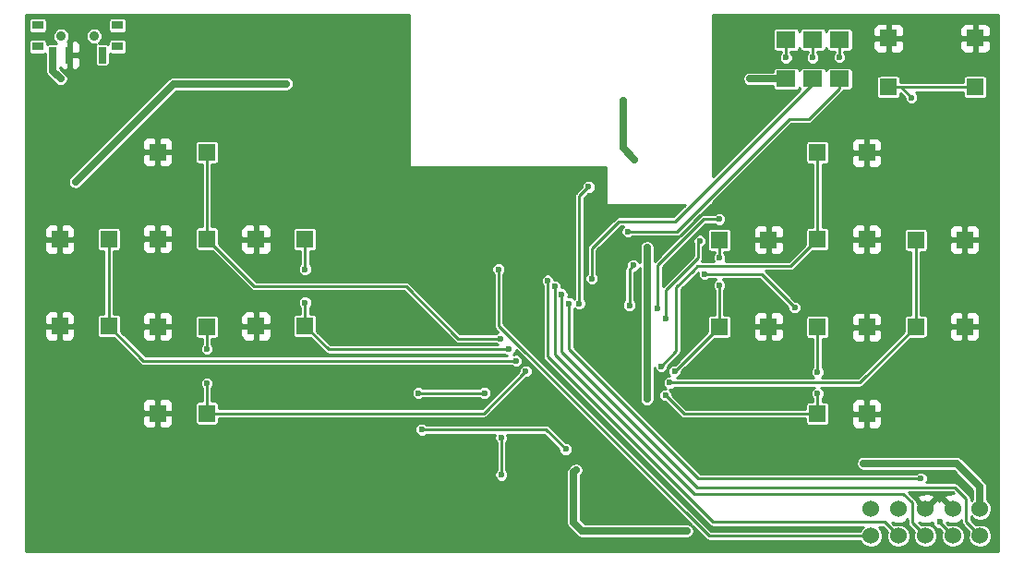
<source format=gtl>
G04 #@! TF.FileFunction,Copper,L1,Top,Signal*
%FSLAX46Y46*%
G04 Gerber Fmt 4.6, Leading zero omitted, Abs format (unit mm)*
G04 Created by KiCad (PCBNEW 4.0.2+dfsg1-stable) date Sat 12 May 2018 06:52:34 PM EDT*
%MOMM*%
G01*
G04 APERTURE LIST*
%ADD10C,0.100000*%
%ADD11C,0.600000*%
%ADD12R,1.800000X1.500000*%
%ADD13C,1.524000*%
%ADD14R,1.550000X1.550000*%
%ADD15R,0.700000X1.500000*%
%ADD16R,1.000000X0.800000*%
%ADD17C,0.900000*%
%ADD18C,0.700000*%
%ADD19C,0.250000*%
%ADD20C,0.400000*%
%ADD21C,0.254000*%
G04 APERTURE END LIST*
D10*
D11*
X138550000Y-95650000D03*
X178350000Y-110150000D03*
X170450000Y-111150000D03*
X182500000Y-88500000D03*
X178500000Y-104500000D03*
X145000000Y-106500000D03*
X105000000Y-116500000D03*
X112000000Y-120500000D03*
X130500000Y-75500000D03*
X130000000Y-78000000D03*
X177500000Y-83500000D03*
X172500000Y-86500000D03*
X168000000Y-78000000D03*
X169500000Y-75000000D03*
X186500000Y-77500000D03*
X186500000Y-86000000D03*
X190000000Y-85000000D03*
X189500000Y-89500000D03*
X186500000Y-92000000D03*
X187500000Y-99500000D03*
X178500000Y-91500000D03*
X180500000Y-98000000D03*
X176000000Y-98000000D03*
X171500000Y-105500000D03*
X170500000Y-108500000D03*
X166000000Y-108500000D03*
X186000000Y-104500000D03*
X190000000Y-105000000D03*
X187000000Y-109000000D03*
X189500000Y-112000000D03*
X185000000Y-112500000D03*
X149500000Y-121500000D03*
X144000000Y-121500000D03*
X116000000Y-107000000D03*
X132500000Y-108000000D03*
X150000000Y-108000000D03*
X149000000Y-100000000D03*
X144500000Y-100000000D03*
X141500000Y-89000000D03*
X129500000Y-89000000D03*
X126000000Y-91000000D03*
X108000000Y-91000000D03*
X106500000Y-97000000D03*
X115000000Y-97500000D03*
X120500000Y-98500000D03*
X130500000Y-115500000D03*
X116500000Y-118000000D03*
X126000000Y-120500000D03*
X121500000Y-115000000D03*
X110500000Y-108500000D03*
D12*
X173100000Y-75700000D03*
X173100000Y-79300000D03*
X175550000Y-75700000D03*
X175550000Y-79300000D03*
X178000000Y-75700000D03*
X178000000Y-79300000D03*
D13*
X190900000Y-118700000D03*
X188400000Y-118700000D03*
X185900000Y-118700000D03*
X183400000Y-118700000D03*
X180900000Y-118700000D03*
X180900000Y-121200000D03*
X183400000Y-121200000D03*
X185900000Y-121200000D03*
X188400000Y-121200000D03*
X190900000Y-121200000D03*
D14*
X115500000Y-102000000D03*
X115500000Y-109950000D03*
X120000000Y-109950000D03*
X120000000Y-102000000D03*
X124500000Y-94000000D03*
X124500000Y-101950000D03*
X129000000Y-101950000D03*
X129000000Y-94000000D03*
X106500000Y-94000000D03*
X106500000Y-101950000D03*
X111000000Y-101950000D03*
X111000000Y-94000000D03*
X115500000Y-86000000D03*
X115500000Y-93950000D03*
X120000000Y-93950000D03*
X120000000Y-86000000D03*
X180500000Y-110000000D03*
X180500000Y-102050000D03*
X176000000Y-102050000D03*
X176000000Y-110000000D03*
X189500000Y-102000000D03*
X189500000Y-94050000D03*
X185000000Y-94050000D03*
X185000000Y-102000000D03*
X171500000Y-102000000D03*
X171500000Y-94050000D03*
X167000000Y-94050000D03*
X167000000Y-102000000D03*
X180500000Y-94000000D03*
X180500000Y-86050000D03*
X176000000Y-86050000D03*
X176000000Y-94000000D03*
X190450000Y-75550000D03*
X182500000Y-75550000D03*
X182500000Y-80050000D03*
X190450000Y-80050000D03*
D15*
X105900000Y-77100000D03*
X107400000Y-77100000D03*
X110400000Y-77100000D03*
D16*
X111800000Y-74385000D03*
X111800000Y-76315000D03*
X104500000Y-74385000D03*
X104500000Y-76315000D03*
D17*
X109650000Y-75350000D03*
X106650000Y-75350000D03*
D11*
X106500000Y-105500000D03*
X113500000Y-114000000D03*
X106000000Y-110500000D03*
X138000000Y-100000000D03*
X137500000Y-103000000D03*
X107950000Y-88750000D03*
X127300000Y-79750000D03*
X106600000Y-79300000D03*
X153850000Y-115150000D03*
X160350000Y-94750000D03*
X160350000Y-103100000D03*
X153650000Y-120000000D03*
X164000000Y-120750000D03*
X180200000Y-114550000D03*
X160350000Y-108650000D03*
X169800000Y-79300000D03*
X147000000Y-115600000D03*
X147000000Y-112200000D03*
X184600000Y-81000000D03*
X146750000Y-96750000D03*
X173100000Y-77350000D03*
X175550000Y-77350000D03*
X155300000Y-97600000D03*
X178000000Y-77300000D03*
X158600000Y-93300000D03*
X151250000Y-97790000D03*
X151890000Y-98350000D03*
X153220000Y-99880000D03*
X185470000Y-115940000D03*
X187190000Y-119930000D03*
X152530000Y-99050000D03*
X152900000Y-113250000D03*
X139700000Y-111450000D03*
X139400000Y-108100000D03*
X145450000Y-108100000D03*
X159100000Y-96400000D03*
X158750000Y-100050000D03*
X162100000Y-101300000D03*
X165200000Y-94150000D03*
X167000000Y-92150000D03*
X161350000Y-100300000D03*
X120000000Y-107200000D03*
X120000000Y-104050000D03*
X149250000Y-106100000D03*
X129000000Y-96750000D03*
X129000000Y-99800000D03*
X147700000Y-104100000D03*
X148350000Y-105150000D03*
X146950000Y-103100000D03*
X176000000Y-106200000D03*
X176000000Y-108150000D03*
X162050000Y-108300000D03*
X162450000Y-107150000D03*
X167000000Y-98200000D03*
X167000000Y-95700000D03*
X162900000Y-106100000D03*
X161650000Y-105650000D03*
X155000000Y-89200000D03*
X154150000Y-99900000D03*
X173900000Y-100250000D03*
X165650000Y-97200000D03*
X159200000Y-86700000D03*
X158200000Y-81250000D03*
X147650000Y-98500000D03*
X147650000Y-96500000D03*
X145450000Y-96800000D03*
X144750000Y-98500000D03*
X170550000Y-83550000D03*
X167100000Y-87000000D03*
X144950000Y-89550000D03*
X146650000Y-92800000D03*
X188550000Y-75550000D03*
X184600000Y-75550000D03*
X180500000Y-84050000D03*
D18*
X116950000Y-79750000D02*
X107950000Y-88750000D01*
X127300000Y-79750000D02*
X116950000Y-79750000D01*
X105900000Y-77100000D02*
X105900000Y-78600000D01*
X105900000Y-78600000D02*
X106600000Y-79300000D01*
X153650000Y-120000000D02*
X153650000Y-115350000D01*
X153650000Y-115350000D02*
X153850000Y-115150000D01*
X160350000Y-103100000D02*
X160350000Y-94750000D01*
X154400000Y-120750000D02*
X153650000Y-120000000D01*
X164000000Y-120750000D02*
X154400000Y-120750000D01*
X190900000Y-118700000D02*
X190900000Y-116700000D01*
X180200000Y-114550000D02*
X188750000Y-114550000D01*
X188750000Y-114550000D02*
X190900000Y-116700000D01*
X160350000Y-103100000D02*
X160350000Y-108650000D01*
X169800000Y-79300000D02*
X173100000Y-79300000D01*
D19*
X147000000Y-115600000D02*
X147000000Y-112200000D01*
X190450000Y-80050000D02*
X182500000Y-80050000D01*
X183650000Y-80050000D02*
X182500000Y-80050000D01*
X184600000Y-81000000D02*
X183650000Y-80050000D01*
X180900000Y-121200000D02*
X166030000Y-121200000D01*
X166030000Y-121200000D02*
X146750000Y-101920000D01*
X146750000Y-101920000D02*
X146750000Y-96750000D01*
X173100000Y-75700000D02*
X173100000Y-77350000D01*
X175550000Y-75700000D02*
X175550000Y-77350000D01*
X157800000Y-92350000D02*
X162950000Y-92350000D01*
X175550000Y-79750000D02*
X167250000Y-88050000D01*
X155300000Y-94850000D02*
X157800000Y-92350000D01*
X155300000Y-97600000D02*
X155300000Y-94850000D01*
X162950000Y-92350000D02*
X167250000Y-88050000D01*
X175550000Y-79300000D02*
X175550000Y-79750000D01*
X178000000Y-75700000D02*
X178000000Y-77300000D01*
X178000000Y-80150000D02*
X175200000Y-82950000D01*
X178000000Y-79300000D02*
X178000000Y-80150000D01*
X173450000Y-82950000D02*
X175200000Y-82950000D01*
X163100000Y-93300000D02*
X173450000Y-82950000D01*
X159050000Y-93300000D02*
X163100000Y-93300000D01*
X158600000Y-93300000D02*
X159050000Y-93300000D01*
X183400000Y-121200000D02*
X182140000Y-119940000D01*
X151250000Y-104770000D02*
X151250000Y-97790000D01*
X166420000Y-119940000D02*
X151250000Y-104770000D01*
X182140000Y-119940000D02*
X166420000Y-119940000D01*
X184680000Y-119980000D02*
X185900000Y-121200000D01*
X184680000Y-118150000D02*
X184680000Y-119980000D01*
X183860000Y-117330000D02*
X184680000Y-118150000D01*
X164680000Y-117330000D02*
X183860000Y-117330000D01*
X151890000Y-104540000D02*
X164680000Y-117330000D01*
X151890000Y-98350000D02*
X151890000Y-104540000D01*
X188400000Y-121200000D02*
X187190000Y-119990000D01*
X153220000Y-104080000D02*
X153220000Y-99880000D01*
X165080000Y-115940000D02*
X153220000Y-104080000D01*
X185470000Y-115940000D02*
X165080000Y-115940000D01*
X187190000Y-119990000D02*
X187190000Y-119930000D01*
X189640000Y-119940000D02*
X190900000Y-121200000D01*
X189640000Y-117780000D02*
X189640000Y-119940000D01*
X188610000Y-116750000D02*
X189640000Y-117780000D01*
X164960000Y-116750000D02*
X188610000Y-116750000D01*
X152530000Y-104320000D02*
X164960000Y-116750000D01*
X152530000Y-99050000D02*
X152530000Y-104320000D01*
X152900000Y-113250000D02*
X151100000Y-111450000D01*
X151100000Y-111450000D02*
X142300000Y-111450000D01*
X139700000Y-111450000D02*
X142300000Y-111450000D01*
X145450000Y-108100000D02*
X139400000Y-108100000D01*
X158750000Y-96750000D02*
X159100000Y-96400000D01*
X158750000Y-100050000D02*
X158750000Y-96750000D01*
X165050000Y-95700000D02*
X165050000Y-94300000D01*
X162100000Y-101300000D02*
X162100000Y-98650000D01*
X162100000Y-98650000D02*
X165050000Y-95700000D01*
X165050000Y-94300000D02*
X165200000Y-94150000D01*
X167000000Y-92150000D02*
X165550000Y-92150000D01*
X161350000Y-100300000D02*
X161350000Y-96350000D01*
X161350000Y-96350000D02*
X165550000Y-92150000D01*
X120000000Y-102000000D02*
X120000000Y-104050000D01*
X120000000Y-107200000D02*
X120000000Y-109950000D01*
X145400000Y-109950000D02*
X120000000Y-109950000D01*
X149250000Y-106100000D02*
X145400000Y-109950000D01*
X129000000Y-101950000D02*
X129000000Y-99800000D01*
X129000000Y-96750000D02*
X129000000Y-94000000D01*
X131150000Y-104100000D02*
X129000000Y-101950000D01*
X147700000Y-104100000D02*
X131150000Y-104100000D01*
X111000000Y-101950000D02*
X111000000Y-94000000D01*
X114200000Y-105150000D02*
X111000000Y-101950000D01*
X148350000Y-105150000D02*
X114200000Y-105150000D01*
X120000000Y-86000000D02*
X120000000Y-93950000D01*
X124350000Y-98300000D02*
X138250000Y-98300000D01*
X120000000Y-93950000D02*
X124350000Y-98300000D01*
X143050000Y-103100000D02*
X138250000Y-98300000D01*
X146950000Y-103100000D02*
X143050000Y-103100000D01*
X176000000Y-110000000D02*
X176000000Y-108150000D01*
X176000000Y-106200000D02*
X176000000Y-102050000D01*
X163750000Y-110000000D02*
X176000000Y-110000000D01*
X162050000Y-108300000D02*
X163750000Y-110000000D01*
X185000000Y-94050000D02*
X185000000Y-102000000D01*
X179850000Y-107150000D02*
X185000000Y-102000000D01*
X162450000Y-107150000D02*
X179850000Y-107150000D01*
X167000000Y-94050000D02*
X167000000Y-95700000D01*
X167000000Y-98200000D02*
X167000000Y-102000000D01*
X162900000Y-106100000D02*
X167000000Y-102000000D01*
X165600000Y-96450000D02*
X173550000Y-96450000D01*
X173550000Y-96450000D02*
X176000000Y-94000000D01*
X176000000Y-86050000D02*
X176000000Y-94000000D01*
X165600000Y-96450000D02*
X165000000Y-96450000D01*
X161650000Y-105650000D02*
X163050000Y-104250000D01*
X163050000Y-104250000D02*
X163050000Y-98400000D01*
X163050000Y-98400000D02*
X164600000Y-96850000D01*
X165000000Y-96450000D02*
X164600000Y-96850000D01*
X165600000Y-96450000D02*
X165550000Y-96450000D01*
X154150000Y-90050000D02*
X155000000Y-89200000D01*
X154150000Y-99900000D02*
X154150000Y-90050000D01*
X170850000Y-97200000D02*
X173900000Y-100250000D01*
X165650000Y-97200000D02*
X170850000Y-97200000D01*
D18*
X159200000Y-86700000D02*
X158200000Y-85650000D01*
X158200000Y-85650000D02*
X158200000Y-81250000D01*
D19*
X148350000Y-98500000D02*
X147650000Y-98500000D01*
X148700000Y-98150000D02*
X148350000Y-98500000D01*
X148700000Y-97550000D02*
X148700000Y-98150000D01*
X147650000Y-96500000D02*
X148700000Y-97550000D01*
X145450000Y-96800000D02*
X145450000Y-97800000D01*
X145450000Y-97800000D02*
X144750000Y-98500000D01*
D18*
X167100000Y-87000000D02*
X170550000Y-83550000D01*
D19*
X144802470Y-92397531D02*
X144802470Y-89697530D01*
X144802470Y-89697530D02*
X144950000Y-89550000D01*
X145202470Y-92797531D02*
X144802470Y-92397531D01*
X146650000Y-92800000D02*
X145202470Y-92797531D01*
D20*
X190450000Y-75550000D02*
X188550000Y-75550000D01*
X182500000Y-75550000D02*
X184600000Y-75550000D01*
X180500000Y-86050000D02*
X180500000Y-84050000D01*
D21*
G36*
X138573000Y-87250000D02*
X138583006Y-87299410D01*
X138611447Y-87341035D01*
X138653841Y-87368315D01*
X138700000Y-87377000D01*
X156573000Y-87377000D01*
X156573000Y-90700000D01*
X156583006Y-90749410D01*
X156611447Y-90791035D01*
X156653841Y-90818315D01*
X156700000Y-90827000D01*
X163833776Y-90827000D01*
X162762776Y-91898000D01*
X157800000Y-91898000D01*
X157627027Y-91932406D01*
X157480388Y-92030388D01*
X154980388Y-94530388D01*
X154882406Y-94677027D01*
X154848000Y-94850000D01*
X154848000Y-97165272D01*
X154768765Y-97244369D01*
X154673109Y-97474735D01*
X154672891Y-97724171D01*
X154768145Y-97954703D01*
X154944369Y-98131235D01*
X155174735Y-98226891D01*
X155424171Y-98227109D01*
X155654703Y-98131855D01*
X155831235Y-97955631D01*
X155926891Y-97725265D01*
X155927109Y-97475829D01*
X155831855Y-97245297D01*
X155752000Y-97165302D01*
X155752000Y-95037224D01*
X157987224Y-92802000D01*
X158211383Y-92802000D01*
X158068765Y-92944369D01*
X157973109Y-93174735D01*
X157972891Y-93424171D01*
X158068145Y-93654703D01*
X158244369Y-93831235D01*
X158474735Y-93926891D01*
X158724171Y-93927109D01*
X158954703Y-93831855D01*
X159034698Y-93752000D01*
X163100000Y-93752000D01*
X163272973Y-93717594D01*
X163419612Y-93619612D01*
X166212224Y-90827000D01*
X166300000Y-90827000D01*
X166349410Y-90816994D01*
X166391035Y-90788553D01*
X166418315Y-90746159D01*
X166427000Y-90700000D01*
X166427000Y-90612224D01*
X173637225Y-83402000D01*
X175200000Y-83402000D01*
X175372973Y-83367594D01*
X175519612Y-83269612D01*
X178319612Y-80469612D01*
X178377214Y-80383406D01*
X178900000Y-80383406D01*
X179021179Y-80360605D01*
X179132474Y-80288988D01*
X179207138Y-80179714D01*
X179233406Y-80050000D01*
X179233406Y-79275000D01*
X181391594Y-79275000D01*
X181391594Y-80825000D01*
X181414395Y-80946179D01*
X181486012Y-81057474D01*
X181595286Y-81132138D01*
X181725000Y-81158406D01*
X183275000Y-81158406D01*
X183396179Y-81135605D01*
X183507474Y-81063988D01*
X183582138Y-80954714D01*
X183608406Y-80825000D01*
X183608406Y-80647630D01*
X183972989Y-81012213D01*
X183972891Y-81124171D01*
X184068145Y-81354703D01*
X184244369Y-81531235D01*
X184474735Y-81626891D01*
X184724171Y-81627109D01*
X184954703Y-81531855D01*
X185131235Y-81355631D01*
X185226891Y-81125265D01*
X185227109Y-80875829D01*
X185131855Y-80645297D01*
X184988808Y-80502000D01*
X189341594Y-80502000D01*
X189341594Y-80825000D01*
X189364395Y-80946179D01*
X189436012Y-81057474D01*
X189545286Y-81132138D01*
X189675000Y-81158406D01*
X191225000Y-81158406D01*
X191346179Y-81135605D01*
X191457474Y-81063988D01*
X191532138Y-80954714D01*
X191558406Y-80825000D01*
X191558406Y-79275000D01*
X191535605Y-79153821D01*
X191463988Y-79042526D01*
X191354714Y-78967862D01*
X191225000Y-78941594D01*
X189675000Y-78941594D01*
X189553821Y-78964395D01*
X189442526Y-79036012D01*
X189367862Y-79145286D01*
X189341594Y-79275000D01*
X189341594Y-79598000D01*
X183608406Y-79598000D01*
X183608406Y-79275000D01*
X183585605Y-79153821D01*
X183513988Y-79042526D01*
X183404714Y-78967862D01*
X183275000Y-78941594D01*
X181725000Y-78941594D01*
X181603821Y-78964395D01*
X181492526Y-79036012D01*
X181417862Y-79145286D01*
X181391594Y-79275000D01*
X179233406Y-79275000D01*
X179233406Y-78550000D01*
X179210605Y-78428821D01*
X179138988Y-78317526D01*
X179029714Y-78242862D01*
X178900000Y-78216594D01*
X177100000Y-78216594D01*
X176978821Y-78239395D01*
X176867526Y-78311012D01*
X176792862Y-78420286D01*
X176775309Y-78506966D01*
X176760605Y-78428821D01*
X176688988Y-78317526D01*
X176579714Y-78242862D01*
X176450000Y-78216594D01*
X174650000Y-78216594D01*
X174528821Y-78239395D01*
X174417526Y-78311012D01*
X174342862Y-78420286D01*
X174325309Y-78506966D01*
X174310605Y-78428821D01*
X174238988Y-78317526D01*
X174129714Y-78242862D01*
X174000000Y-78216594D01*
X172200000Y-78216594D01*
X172078821Y-78239395D01*
X171967526Y-78311012D01*
X171892862Y-78420286D01*
X171866594Y-78550000D01*
X171866594Y-78623000D01*
X169800000Y-78623000D01*
X169540923Y-78674534D01*
X169321289Y-78821289D01*
X169174534Y-79040923D01*
X169123000Y-79300000D01*
X169174534Y-79559077D01*
X169321289Y-79778711D01*
X169540923Y-79925466D01*
X169800000Y-79977000D01*
X171866594Y-79977000D01*
X171866594Y-80050000D01*
X171889395Y-80171179D01*
X171961012Y-80282474D01*
X172070286Y-80357138D01*
X172200000Y-80383406D01*
X174000000Y-80383406D01*
X174121179Y-80360605D01*
X174232474Y-80288988D01*
X174307138Y-80179714D01*
X174324691Y-80093034D01*
X174339395Y-80171179D01*
X174398204Y-80262571D01*
X166930388Y-87730388D01*
X166427000Y-88233776D01*
X166427000Y-74950000D01*
X171866594Y-74950000D01*
X171866594Y-76450000D01*
X171889395Y-76571179D01*
X171961012Y-76682474D01*
X172070286Y-76757138D01*
X172200000Y-76783406D01*
X172648000Y-76783406D01*
X172648000Y-76915272D01*
X172568765Y-76994369D01*
X172473109Y-77224735D01*
X172472891Y-77474171D01*
X172568145Y-77704703D01*
X172744369Y-77881235D01*
X172974735Y-77976891D01*
X173224171Y-77977109D01*
X173454703Y-77881855D01*
X173631235Y-77705631D01*
X173726891Y-77475265D01*
X173727109Y-77225829D01*
X173631855Y-76995297D01*
X173552000Y-76915302D01*
X173552000Y-76783406D01*
X174000000Y-76783406D01*
X174121179Y-76760605D01*
X174232474Y-76688988D01*
X174307138Y-76579714D01*
X174324691Y-76493034D01*
X174339395Y-76571179D01*
X174411012Y-76682474D01*
X174520286Y-76757138D01*
X174650000Y-76783406D01*
X175098000Y-76783406D01*
X175098000Y-76915272D01*
X175018765Y-76994369D01*
X174923109Y-77224735D01*
X174922891Y-77474171D01*
X175018145Y-77704703D01*
X175194369Y-77881235D01*
X175424735Y-77976891D01*
X175674171Y-77977109D01*
X175904703Y-77881855D01*
X176081235Y-77705631D01*
X176176891Y-77475265D01*
X176177109Y-77225829D01*
X176081855Y-76995297D01*
X176002000Y-76915302D01*
X176002000Y-76783406D01*
X176450000Y-76783406D01*
X176571179Y-76760605D01*
X176682474Y-76688988D01*
X176757138Y-76579714D01*
X176774691Y-76493034D01*
X176789395Y-76571179D01*
X176861012Y-76682474D01*
X176970286Y-76757138D01*
X177100000Y-76783406D01*
X177548000Y-76783406D01*
X177548000Y-76865272D01*
X177468765Y-76944369D01*
X177373109Y-77174735D01*
X177372891Y-77424171D01*
X177468145Y-77654703D01*
X177644369Y-77831235D01*
X177874735Y-77926891D01*
X178124171Y-77927109D01*
X178354703Y-77831855D01*
X178531235Y-77655631D01*
X178626891Y-77425265D01*
X178627109Y-77175829D01*
X178531855Y-76945297D01*
X178452000Y-76865302D01*
X178452000Y-76783406D01*
X178900000Y-76783406D01*
X179021179Y-76760605D01*
X179132474Y-76688988D01*
X179207138Y-76579714D01*
X179233406Y-76450000D01*
X179233406Y-75835750D01*
X181090000Y-75835750D01*
X181090000Y-76451310D01*
X181186673Y-76684699D01*
X181365302Y-76863327D01*
X181598691Y-76960000D01*
X182214250Y-76960000D01*
X182373000Y-76801250D01*
X182373000Y-75677000D01*
X182627000Y-75677000D01*
X182627000Y-76801250D01*
X182785750Y-76960000D01*
X183401309Y-76960000D01*
X183634698Y-76863327D01*
X183813327Y-76684699D01*
X183910000Y-76451310D01*
X183910000Y-75835750D01*
X189040000Y-75835750D01*
X189040000Y-76451310D01*
X189136673Y-76684699D01*
X189315302Y-76863327D01*
X189548691Y-76960000D01*
X190164250Y-76960000D01*
X190323000Y-76801250D01*
X190323000Y-75677000D01*
X190577000Y-75677000D01*
X190577000Y-76801250D01*
X190735750Y-76960000D01*
X191351309Y-76960000D01*
X191584698Y-76863327D01*
X191763327Y-76684699D01*
X191860000Y-76451310D01*
X191860000Y-75835750D01*
X191701250Y-75677000D01*
X190577000Y-75677000D01*
X190323000Y-75677000D01*
X189198750Y-75677000D01*
X189040000Y-75835750D01*
X183910000Y-75835750D01*
X183751250Y-75677000D01*
X182627000Y-75677000D01*
X182373000Y-75677000D01*
X181248750Y-75677000D01*
X181090000Y-75835750D01*
X179233406Y-75835750D01*
X179233406Y-74950000D01*
X179210605Y-74828821D01*
X179138988Y-74717526D01*
X179038244Y-74648690D01*
X181090000Y-74648690D01*
X181090000Y-75264250D01*
X181248750Y-75423000D01*
X182373000Y-75423000D01*
X182373000Y-74298750D01*
X182627000Y-74298750D01*
X182627000Y-75423000D01*
X183751250Y-75423000D01*
X183910000Y-75264250D01*
X183910000Y-74648690D01*
X189040000Y-74648690D01*
X189040000Y-75264250D01*
X189198750Y-75423000D01*
X190323000Y-75423000D01*
X190323000Y-74298750D01*
X190577000Y-74298750D01*
X190577000Y-75423000D01*
X191701250Y-75423000D01*
X191860000Y-75264250D01*
X191860000Y-74648690D01*
X191763327Y-74415301D01*
X191584698Y-74236673D01*
X191351309Y-74140000D01*
X190735750Y-74140000D01*
X190577000Y-74298750D01*
X190323000Y-74298750D01*
X190164250Y-74140000D01*
X189548691Y-74140000D01*
X189315302Y-74236673D01*
X189136673Y-74415301D01*
X189040000Y-74648690D01*
X183910000Y-74648690D01*
X183813327Y-74415301D01*
X183634698Y-74236673D01*
X183401309Y-74140000D01*
X182785750Y-74140000D01*
X182627000Y-74298750D01*
X182373000Y-74298750D01*
X182214250Y-74140000D01*
X181598691Y-74140000D01*
X181365302Y-74236673D01*
X181186673Y-74415301D01*
X181090000Y-74648690D01*
X179038244Y-74648690D01*
X179029714Y-74642862D01*
X178900000Y-74616594D01*
X177100000Y-74616594D01*
X176978821Y-74639395D01*
X176867526Y-74711012D01*
X176792862Y-74820286D01*
X176775309Y-74906966D01*
X176760605Y-74828821D01*
X176688988Y-74717526D01*
X176579714Y-74642862D01*
X176450000Y-74616594D01*
X174650000Y-74616594D01*
X174528821Y-74639395D01*
X174417526Y-74711012D01*
X174342862Y-74820286D01*
X174325309Y-74906966D01*
X174310605Y-74828821D01*
X174238988Y-74717526D01*
X174129714Y-74642862D01*
X174000000Y-74616594D01*
X172200000Y-74616594D01*
X172078821Y-74639395D01*
X171967526Y-74711012D01*
X171892862Y-74820286D01*
X171866594Y-74950000D01*
X166427000Y-74950000D01*
X166427000Y-73402000D01*
X192598000Y-73402000D01*
X192598000Y-122598000D01*
X103402000Y-122598000D01*
X103402000Y-111574171D01*
X139072891Y-111574171D01*
X139168145Y-111804703D01*
X139344369Y-111981235D01*
X139574735Y-112076891D01*
X139824171Y-112077109D01*
X140054703Y-111981855D01*
X140134698Y-111902000D01*
X146444835Y-111902000D01*
X146373109Y-112074735D01*
X146372891Y-112324171D01*
X146468145Y-112554703D01*
X146548000Y-112634698D01*
X146548000Y-115165272D01*
X146468765Y-115244369D01*
X146373109Y-115474735D01*
X146372891Y-115724171D01*
X146468145Y-115954703D01*
X146644369Y-116131235D01*
X146874735Y-116226891D01*
X147124171Y-116227109D01*
X147354703Y-116131855D01*
X147531235Y-115955631D01*
X147626891Y-115725265D01*
X147627109Y-115475829D01*
X147531855Y-115245297D01*
X147452000Y-115165302D01*
X147452000Y-112634728D01*
X147531235Y-112555631D01*
X147626891Y-112325265D01*
X147627109Y-112075829D01*
X147555284Y-111902000D01*
X150912776Y-111902000D01*
X152272989Y-113262214D01*
X152272891Y-113374171D01*
X152368145Y-113604703D01*
X152544369Y-113781235D01*
X152774735Y-113876891D01*
X153024171Y-113877109D01*
X153254703Y-113781855D01*
X153431235Y-113605631D01*
X153526891Y-113375265D01*
X153527109Y-113125829D01*
X153431855Y-112895297D01*
X153255631Y-112718765D01*
X153025265Y-112623109D01*
X152912235Y-112623010D01*
X151419612Y-111130388D01*
X151272973Y-111032406D01*
X151100000Y-110998000D01*
X140134728Y-110998000D01*
X140055631Y-110918765D01*
X139825265Y-110823109D01*
X139575829Y-110822891D01*
X139345297Y-110918145D01*
X139168765Y-111094369D01*
X139073109Y-111324735D01*
X139072891Y-111574171D01*
X103402000Y-111574171D01*
X103402000Y-110235750D01*
X114090000Y-110235750D01*
X114090000Y-110851309D01*
X114186673Y-111084698D01*
X114365301Y-111263327D01*
X114598690Y-111360000D01*
X115214250Y-111360000D01*
X115373000Y-111201250D01*
X115373000Y-110077000D01*
X115627000Y-110077000D01*
X115627000Y-111201250D01*
X115785750Y-111360000D01*
X116401310Y-111360000D01*
X116634699Y-111263327D01*
X116813327Y-111084698D01*
X116910000Y-110851309D01*
X116910000Y-110235750D01*
X116751250Y-110077000D01*
X115627000Y-110077000D01*
X115373000Y-110077000D01*
X114248750Y-110077000D01*
X114090000Y-110235750D01*
X103402000Y-110235750D01*
X103402000Y-109048691D01*
X114090000Y-109048691D01*
X114090000Y-109664250D01*
X114248750Y-109823000D01*
X115373000Y-109823000D01*
X115373000Y-108698750D01*
X115627000Y-108698750D01*
X115627000Y-109823000D01*
X116751250Y-109823000D01*
X116910000Y-109664250D01*
X116910000Y-109175000D01*
X118891594Y-109175000D01*
X118891594Y-110725000D01*
X118914395Y-110846179D01*
X118986012Y-110957474D01*
X119095286Y-111032138D01*
X119225000Y-111058406D01*
X120775000Y-111058406D01*
X120896179Y-111035605D01*
X121007474Y-110963988D01*
X121082138Y-110854714D01*
X121108406Y-110725000D01*
X121108406Y-110402000D01*
X145400000Y-110402000D01*
X145572973Y-110367594D01*
X145719612Y-110269612D01*
X149262213Y-106727011D01*
X149374171Y-106727109D01*
X149604703Y-106631855D01*
X149781235Y-106455631D01*
X149876891Y-106225265D01*
X149877109Y-105975829D01*
X149781855Y-105745297D01*
X149605631Y-105568765D01*
X149375265Y-105473109D01*
X149125829Y-105472891D01*
X148895297Y-105568145D01*
X148718765Y-105744369D01*
X148623109Y-105974735D01*
X148623010Y-106087766D01*
X145212776Y-109498000D01*
X121108406Y-109498000D01*
X121108406Y-109175000D01*
X121085605Y-109053821D01*
X121013988Y-108942526D01*
X120904714Y-108867862D01*
X120775000Y-108841594D01*
X120452000Y-108841594D01*
X120452000Y-108224171D01*
X138772891Y-108224171D01*
X138868145Y-108454703D01*
X139044369Y-108631235D01*
X139274735Y-108726891D01*
X139524171Y-108727109D01*
X139754703Y-108631855D01*
X139834698Y-108552000D01*
X145015272Y-108552000D01*
X145094369Y-108631235D01*
X145324735Y-108726891D01*
X145574171Y-108727109D01*
X145804703Y-108631855D01*
X145981235Y-108455631D01*
X146076891Y-108225265D01*
X146077109Y-107975829D01*
X145981855Y-107745297D01*
X145805631Y-107568765D01*
X145575265Y-107473109D01*
X145325829Y-107472891D01*
X145095297Y-107568145D01*
X145015302Y-107648000D01*
X139834728Y-107648000D01*
X139755631Y-107568765D01*
X139525265Y-107473109D01*
X139275829Y-107472891D01*
X139045297Y-107568145D01*
X138868765Y-107744369D01*
X138773109Y-107974735D01*
X138772891Y-108224171D01*
X120452000Y-108224171D01*
X120452000Y-107634728D01*
X120531235Y-107555631D01*
X120626891Y-107325265D01*
X120627109Y-107075829D01*
X120531855Y-106845297D01*
X120355631Y-106668765D01*
X120125265Y-106573109D01*
X119875829Y-106572891D01*
X119645297Y-106668145D01*
X119468765Y-106844369D01*
X119373109Y-107074735D01*
X119372891Y-107324171D01*
X119468145Y-107554703D01*
X119548000Y-107634698D01*
X119548000Y-108841594D01*
X119225000Y-108841594D01*
X119103821Y-108864395D01*
X118992526Y-108936012D01*
X118917862Y-109045286D01*
X118891594Y-109175000D01*
X116910000Y-109175000D01*
X116910000Y-109048691D01*
X116813327Y-108815302D01*
X116634699Y-108636673D01*
X116401310Y-108540000D01*
X115785750Y-108540000D01*
X115627000Y-108698750D01*
X115373000Y-108698750D01*
X115214250Y-108540000D01*
X114598690Y-108540000D01*
X114365301Y-108636673D01*
X114186673Y-108815302D01*
X114090000Y-109048691D01*
X103402000Y-109048691D01*
X103402000Y-102235750D01*
X105090000Y-102235750D01*
X105090000Y-102851309D01*
X105186673Y-103084698D01*
X105365301Y-103263327D01*
X105598690Y-103360000D01*
X106214250Y-103360000D01*
X106373000Y-103201250D01*
X106373000Y-102077000D01*
X106627000Y-102077000D01*
X106627000Y-103201250D01*
X106785750Y-103360000D01*
X107401310Y-103360000D01*
X107634699Y-103263327D01*
X107813327Y-103084698D01*
X107910000Y-102851309D01*
X107910000Y-102235750D01*
X107751250Y-102077000D01*
X106627000Y-102077000D01*
X106373000Y-102077000D01*
X105248750Y-102077000D01*
X105090000Y-102235750D01*
X103402000Y-102235750D01*
X103402000Y-101048691D01*
X105090000Y-101048691D01*
X105090000Y-101664250D01*
X105248750Y-101823000D01*
X106373000Y-101823000D01*
X106373000Y-100698750D01*
X106627000Y-100698750D01*
X106627000Y-101823000D01*
X107751250Y-101823000D01*
X107910000Y-101664250D01*
X107910000Y-101048691D01*
X107813327Y-100815302D01*
X107634699Y-100636673D01*
X107401310Y-100540000D01*
X106785750Y-100540000D01*
X106627000Y-100698750D01*
X106373000Y-100698750D01*
X106214250Y-100540000D01*
X105598690Y-100540000D01*
X105365301Y-100636673D01*
X105186673Y-100815302D01*
X105090000Y-101048691D01*
X103402000Y-101048691D01*
X103402000Y-94285750D01*
X105090000Y-94285750D01*
X105090000Y-94901309D01*
X105186673Y-95134698D01*
X105365301Y-95313327D01*
X105598690Y-95410000D01*
X106214250Y-95410000D01*
X106373000Y-95251250D01*
X106373000Y-94127000D01*
X106627000Y-94127000D01*
X106627000Y-95251250D01*
X106785750Y-95410000D01*
X107401310Y-95410000D01*
X107634699Y-95313327D01*
X107813327Y-95134698D01*
X107910000Y-94901309D01*
X107910000Y-94285750D01*
X107751250Y-94127000D01*
X106627000Y-94127000D01*
X106373000Y-94127000D01*
X105248750Y-94127000D01*
X105090000Y-94285750D01*
X103402000Y-94285750D01*
X103402000Y-93098691D01*
X105090000Y-93098691D01*
X105090000Y-93714250D01*
X105248750Y-93873000D01*
X106373000Y-93873000D01*
X106373000Y-92748750D01*
X106627000Y-92748750D01*
X106627000Y-93873000D01*
X107751250Y-93873000D01*
X107910000Y-93714250D01*
X107910000Y-93225000D01*
X109891594Y-93225000D01*
X109891594Y-94775000D01*
X109914395Y-94896179D01*
X109986012Y-95007474D01*
X110095286Y-95082138D01*
X110225000Y-95108406D01*
X110548000Y-95108406D01*
X110548000Y-100841594D01*
X110225000Y-100841594D01*
X110103821Y-100864395D01*
X109992526Y-100936012D01*
X109917862Y-101045286D01*
X109891594Y-101175000D01*
X109891594Y-102725000D01*
X109914395Y-102846179D01*
X109986012Y-102957474D01*
X110095286Y-103032138D01*
X110225000Y-103058406D01*
X111469182Y-103058406D01*
X113880387Y-105469612D01*
X114027027Y-105567594D01*
X114200000Y-105602000D01*
X147915272Y-105602000D01*
X147994369Y-105681235D01*
X148224735Y-105776891D01*
X148474171Y-105777109D01*
X148704703Y-105681855D01*
X148881235Y-105505631D01*
X148976891Y-105275265D01*
X148977109Y-105025829D01*
X148881855Y-104795297D01*
X148705631Y-104618765D01*
X148475265Y-104523109D01*
X148225829Y-104522891D01*
X148120091Y-104566581D01*
X148231235Y-104455631D01*
X148326891Y-104225265D01*
X148326969Y-104136193D01*
X164428542Y-120237767D01*
X164259077Y-120124534D01*
X164000000Y-120073000D01*
X154680422Y-120073000D01*
X154327000Y-119719578D01*
X154327000Y-115630422D01*
X154328711Y-115628711D01*
X154475467Y-115409076D01*
X154527000Y-115150000D01*
X154475467Y-114890924D01*
X154328711Y-114671289D01*
X154109076Y-114524533D01*
X153850000Y-114473000D01*
X153590924Y-114524533D01*
X153371289Y-114671289D01*
X153171289Y-114871289D01*
X153024534Y-115090923D01*
X152973000Y-115350000D01*
X152973000Y-120000000D01*
X153024534Y-120259077D01*
X153159612Y-120461235D01*
X153171289Y-120478711D01*
X153921289Y-121228711D01*
X154140923Y-121375466D01*
X154400000Y-121427000D01*
X164000000Y-121427000D01*
X164259077Y-121375466D01*
X164478711Y-121228711D01*
X164625466Y-121009077D01*
X164677000Y-120750000D01*
X164625466Y-120490923D01*
X164512233Y-120321458D01*
X165710387Y-121519612D01*
X165857026Y-121617594D01*
X165885724Y-121623302D01*
X166030000Y-121652000D01*
X179908463Y-121652000D01*
X179976252Y-121816063D01*
X180282326Y-122122671D01*
X180682434Y-122288811D01*
X181115665Y-122289189D01*
X181516063Y-122123748D01*
X181822671Y-121817674D01*
X181988811Y-121417566D01*
X181989189Y-120984335D01*
X181823748Y-120583937D01*
X181632145Y-120392000D01*
X181952776Y-120392000D01*
X182379265Y-120818489D01*
X182311189Y-120982434D01*
X182310811Y-121415665D01*
X182476252Y-121816063D01*
X182782326Y-122122671D01*
X183182434Y-122288811D01*
X183615665Y-122289189D01*
X184016063Y-122123748D01*
X184322671Y-121817674D01*
X184488811Y-121417566D01*
X184489189Y-120984335D01*
X184323748Y-120583937D01*
X184017674Y-120277329D01*
X183617566Y-120111189D01*
X183184335Y-120110811D01*
X183018540Y-120179316D01*
X182813072Y-119973848D01*
X183192302Y-120109144D01*
X183747368Y-120081362D01*
X184131143Y-119922397D01*
X184200607Y-119680215D01*
X184228000Y-119707608D01*
X184228000Y-119980000D01*
X184262406Y-120152973D01*
X184360388Y-120299612D01*
X184879265Y-120818489D01*
X184811189Y-120982434D01*
X184810811Y-121415665D01*
X184976252Y-121816063D01*
X185282326Y-122122671D01*
X185682434Y-122288811D01*
X186115665Y-122289189D01*
X186516063Y-122123748D01*
X186822671Y-121817674D01*
X186988811Y-121417566D01*
X186989189Y-120984335D01*
X186823748Y-120583937D01*
X186517674Y-120277329D01*
X186117566Y-120111189D01*
X185684335Y-120110811D01*
X185518540Y-120179316D01*
X185313072Y-119973848D01*
X185692302Y-120109144D01*
X186247368Y-120081362D01*
X186562981Y-119950630D01*
X186562891Y-120054171D01*
X186658145Y-120284703D01*
X186834369Y-120461235D01*
X187064735Y-120556891D01*
X187117713Y-120556937D01*
X187379265Y-120818489D01*
X187311189Y-120982434D01*
X187310811Y-121415665D01*
X187476252Y-121816063D01*
X187782326Y-122122671D01*
X188182434Y-122288811D01*
X188615665Y-122289189D01*
X189016063Y-122123748D01*
X189322671Y-121817674D01*
X189488811Y-121417566D01*
X189489189Y-120984335D01*
X189323748Y-120583937D01*
X189017674Y-120277329D01*
X188617566Y-120111189D01*
X188184335Y-120110811D01*
X188018540Y-120179316D01*
X187816959Y-119977735D01*
X187816961Y-119975235D01*
X188192302Y-120109144D01*
X188747368Y-120081362D01*
X189131143Y-119922397D01*
X189188000Y-119724170D01*
X189188000Y-119940000D01*
X189222406Y-120112973D01*
X189320388Y-120259612D01*
X189879265Y-120818489D01*
X189811189Y-120982434D01*
X189810811Y-121415665D01*
X189976252Y-121816063D01*
X190282326Y-122122671D01*
X190682434Y-122288811D01*
X191115665Y-122289189D01*
X191516063Y-122123748D01*
X191822671Y-121817674D01*
X191988811Y-121417566D01*
X191989189Y-120984335D01*
X191823748Y-120583937D01*
X191517674Y-120277329D01*
X191117566Y-120111189D01*
X190684335Y-120110811D01*
X190518540Y-120179316D01*
X190092000Y-119752776D01*
X190092000Y-119432013D01*
X190282326Y-119622671D01*
X190682434Y-119788811D01*
X191115665Y-119789189D01*
X191516063Y-119623748D01*
X191822671Y-119317674D01*
X191988811Y-118917566D01*
X191989189Y-118484335D01*
X191823748Y-118083937D01*
X191577000Y-117836759D01*
X191577000Y-116700000D01*
X191525466Y-116440923D01*
X191378711Y-116221289D01*
X189228711Y-114071289D01*
X189150103Y-114018765D01*
X189009077Y-113924534D01*
X188750000Y-113873000D01*
X180200000Y-113873000D01*
X179940923Y-113924534D01*
X179721289Y-114071289D01*
X179574534Y-114290923D01*
X179523000Y-114550000D01*
X179574534Y-114809077D01*
X179721289Y-115028711D01*
X179940923Y-115175466D01*
X180200000Y-115227000D01*
X188469578Y-115227000D01*
X190223000Y-116980422D01*
X190223000Y-117837083D01*
X190092000Y-117967855D01*
X190092000Y-117780000D01*
X190057594Y-117607027D01*
X189959612Y-117460388D01*
X188929612Y-116430388D01*
X188782973Y-116332406D01*
X188610000Y-116298000D01*
X185998862Y-116298000D01*
X186001235Y-116295631D01*
X186096891Y-116065265D01*
X186097109Y-115815829D01*
X186001855Y-115585297D01*
X185825631Y-115408765D01*
X185595265Y-115313109D01*
X185345829Y-115312891D01*
X185115297Y-115408145D01*
X185035302Y-115488000D01*
X165267224Y-115488000D01*
X153672000Y-103892776D01*
X153672000Y-100314728D01*
X153675038Y-100311695D01*
X153794369Y-100431235D01*
X154024735Y-100526891D01*
X154274171Y-100527109D01*
X154504703Y-100431855D01*
X154681235Y-100255631D01*
X154715060Y-100174171D01*
X158122891Y-100174171D01*
X158218145Y-100404703D01*
X158394369Y-100581235D01*
X158624735Y-100676891D01*
X158874171Y-100677109D01*
X159104703Y-100581855D01*
X159281235Y-100405631D01*
X159376891Y-100175265D01*
X159377109Y-99925829D01*
X159281855Y-99695297D01*
X159202000Y-99615302D01*
X159202000Y-97027090D01*
X159224171Y-97027109D01*
X159454703Y-96931855D01*
X159631235Y-96755631D01*
X159673000Y-96655049D01*
X159673000Y-108650000D01*
X159724534Y-108909077D01*
X159871289Y-109128711D01*
X160090923Y-109275466D01*
X160350000Y-109327000D01*
X160609077Y-109275466D01*
X160828711Y-109128711D01*
X160975466Y-108909077D01*
X161027000Y-108650000D01*
X161027000Y-105784116D01*
X161118145Y-106004703D01*
X161294369Y-106181235D01*
X161524735Y-106276891D01*
X161774171Y-106277109D01*
X162004703Y-106181855D01*
X162181235Y-106005631D01*
X162276891Y-105775265D01*
X162276990Y-105662234D01*
X163369612Y-104569612D01*
X163467594Y-104422973D01*
X163502000Y-104250000D01*
X163502000Y-98587224D01*
X164919612Y-97169612D01*
X165029230Y-97059995D01*
X165023109Y-97074735D01*
X165022891Y-97324171D01*
X165118145Y-97554703D01*
X165294369Y-97731235D01*
X165524735Y-97826891D01*
X165774171Y-97827109D01*
X166004703Y-97731855D01*
X166084698Y-97652000D01*
X166684371Y-97652000D01*
X166645297Y-97668145D01*
X166468765Y-97844369D01*
X166373109Y-98074735D01*
X166372891Y-98324171D01*
X166468145Y-98554703D01*
X166548000Y-98634698D01*
X166548000Y-100891594D01*
X166225000Y-100891594D01*
X166103821Y-100914395D01*
X165992526Y-100986012D01*
X165917862Y-101095286D01*
X165891594Y-101225000D01*
X165891594Y-102469181D01*
X162887787Y-105472989D01*
X162775829Y-105472891D01*
X162545297Y-105568145D01*
X162368765Y-105744369D01*
X162273109Y-105974735D01*
X162272891Y-106224171D01*
X162368145Y-106454703D01*
X162436310Y-106522988D01*
X162325829Y-106522891D01*
X162095297Y-106618145D01*
X161918765Y-106794369D01*
X161823109Y-107024735D01*
X161822891Y-107274171D01*
X161918145Y-107504703D01*
X162086179Y-107673031D01*
X161925829Y-107672891D01*
X161695297Y-107768145D01*
X161518765Y-107944369D01*
X161423109Y-108174735D01*
X161422891Y-108424171D01*
X161518145Y-108654703D01*
X161694369Y-108831235D01*
X161924735Y-108926891D01*
X162037766Y-108926990D01*
X163430388Y-110319612D01*
X163577027Y-110417594D01*
X163750000Y-110452000D01*
X174891594Y-110452000D01*
X174891594Y-110775000D01*
X174914395Y-110896179D01*
X174986012Y-111007474D01*
X175095286Y-111082138D01*
X175225000Y-111108406D01*
X176775000Y-111108406D01*
X176896179Y-111085605D01*
X177007474Y-111013988D01*
X177082138Y-110904714D01*
X177108406Y-110775000D01*
X177108406Y-110285750D01*
X179090000Y-110285750D01*
X179090000Y-110901309D01*
X179186673Y-111134698D01*
X179365301Y-111313327D01*
X179598690Y-111410000D01*
X180214250Y-111410000D01*
X180373000Y-111251250D01*
X180373000Y-110127000D01*
X180627000Y-110127000D01*
X180627000Y-111251250D01*
X180785750Y-111410000D01*
X181401310Y-111410000D01*
X181634699Y-111313327D01*
X181813327Y-111134698D01*
X181910000Y-110901309D01*
X181910000Y-110285750D01*
X181751250Y-110127000D01*
X180627000Y-110127000D01*
X180373000Y-110127000D01*
X179248750Y-110127000D01*
X179090000Y-110285750D01*
X177108406Y-110285750D01*
X177108406Y-109225000D01*
X177085605Y-109103821D01*
X177082304Y-109098691D01*
X179090000Y-109098691D01*
X179090000Y-109714250D01*
X179248750Y-109873000D01*
X180373000Y-109873000D01*
X180373000Y-108748750D01*
X180627000Y-108748750D01*
X180627000Y-109873000D01*
X181751250Y-109873000D01*
X181910000Y-109714250D01*
X181910000Y-109098691D01*
X181813327Y-108865302D01*
X181634699Y-108686673D01*
X181401310Y-108590000D01*
X180785750Y-108590000D01*
X180627000Y-108748750D01*
X180373000Y-108748750D01*
X180214250Y-108590000D01*
X179598690Y-108590000D01*
X179365301Y-108686673D01*
X179186673Y-108865302D01*
X179090000Y-109098691D01*
X177082304Y-109098691D01*
X177013988Y-108992526D01*
X176904714Y-108917862D01*
X176775000Y-108891594D01*
X176452000Y-108891594D01*
X176452000Y-108584728D01*
X176531235Y-108505631D01*
X176626891Y-108275265D01*
X176627109Y-108025829D01*
X176531855Y-107795297D01*
X176355631Y-107618765D01*
X176315256Y-107602000D01*
X179850000Y-107602000D01*
X180022973Y-107567594D01*
X180169612Y-107469612D01*
X184530818Y-103108406D01*
X185775000Y-103108406D01*
X185896179Y-103085605D01*
X186007474Y-103013988D01*
X186082138Y-102904714D01*
X186108406Y-102775000D01*
X186108406Y-102285750D01*
X188090000Y-102285750D01*
X188090000Y-102901309D01*
X188186673Y-103134698D01*
X188365301Y-103313327D01*
X188598690Y-103410000D01*
X189214250Y-103410000D01*
X189373000Y-103251250D01*
X189373000Y-102127000D01*
X189627000Y-102127000D01*
X189627000Y-103251250D01*
X189785750Y-103410000D01*
X190401310Y-103410000D01*
X190634699Y-103313327D01*
X190813327Y-103134698D01*
X190910000Y-102901309D01*
X190910000Y-102285750D01*
X190751250Y-102127000D01*
X189627000Y-102127000D01*
X189373000Y-102127000D01*
X188248750Y-102127000D01*
X188090000Y-102285750D01*
X186108406Y-102285750D01*
X186108406Y-101225000D01*
X186085605Y-101103821D01*
X186082304Y-101098691D01*
X188090000Y-101098691D01*
X188090000Y-101714250D01*
X188248750Y-101873000D01*
X189373000Y-101873000D01*
X189373000Y-100748750D01*
X189627000Y-100748750D01*
X189627000Y-101873000D01*
X190751250Y-101873000D01*
X190910000Y-101714250D01*
X190910000Y-101098691D01*
X190813327Y-100865302D01*
X190634699Y-100686673D01*
X190401310Y-100590000D01*
X189785750Y-100590000D01*
X189627000Y-100748750D01*
X189373000Y-100748750D01*
X189214250Y-100590000D01*
X188598690Y-100590000D01*
X188365301Y-100686673D01*
X188186673Y-100865302D01*
X188090000Y-101098691D01*
X186082304Y-101098691D01*
X186013988Y-100992526D01*
X185904714Y-100917862D01*
X185775000Y-100891594D01*
X185452000Y-100891594D01*
X185452000Y-95158406D01*
X185775000Y-95158406D01*
X185896179Y-95135605D01*
X186007474Y-95063988D01*
X186082138Y-94954714D01*
X186108406Y-94825000D01*
X186108406Y-94335750D01*
X188090000Y-94335750D01*
X188090000Y-94951309D01*
X188186673Y-95184698D01*
X188365301Y-95363327D01*
X188598690Y-95460000D01*
X189214250Y-95460000D01*
X189373000Y-95301250D01*
X189373000Y-94177000D01*
X189627000Y-94177000D01*
X189627000Y-95301250D01*
X189785750Y-95460000D01*
X190401310Y-95460000D01*
X190634699Y-95363327D01*
X190813327Y-95184698D01*
X190910000Y-94951309D01*
X190910000Y-94335750D01*
X190751250Y-94177000D01*
X189627000Y-94177000D01*
X189373000Y-94177000D01*
X188248750Y-94177000D01*
X188090000Y-94335750D01*
X186108406Y-94335750D01*
X186108406Y-93275000D01*
X186085605Y-93153821D01*
X186082304Y-93148691D01*
X188090000Y-93148691D01*
X188090000Y-93764250D01*
X188248750Y-93923000D01*
X189373000Y-93923000D01*
X189373000Y-92798750D01*
X189627000Y-92798750D01*
X189627000Y-93923000D01*
X190751250Y-93923000D01*
X190910000Y-93764250D01*
X190910000Y-93148691D01*
X190813327Y-92915302D01*
X190634699Y-92736673D01*
X190401310Y-92640000D01*
X189785750Y-92640000D01*
X189627000Y-92798750D01*
X189373000Y-92798750D01*
X189214250Y-92640000D01*
X188598690Y-92640000D01*
X188365301Y-92736673D01*
X188186673Y-92915302D01*
X188090000Y-93148691D01*
X186082304Y-93148691D01*
X186013988Y-93042526D01*
X185904714Y-92967862D01*
X185775000Y-92941594D01*
X184225000Y-92941594D01*
X184103821Y-92964395D01*
X183992526Y-93036012D01*
X183917862Y-93145286D01*
X183891594Y-93275000D01*
X183891594Y-94825000D01*
X183914395Y-94946179D01*
X183986012Y-95057474D01*
X184095286Y-95132138D01*
X184225000Y-95158406D01*
X184548000Y-95158406D01*
X184548000Y-100891594D01*
X184225000Y-100891594D01*
X184103821Y-100914395D01*
X183992526Y-100986012D01*
X183917862Y-101095286D01*
X183891594Y-101225000D01*
X183891594Y-102469182D01*
X179662776Y-106698000D01*
X176388617Y-106698000D01*
X176531235Y-106555631D01*
X176626891Y-106325265D01*
X176627109Y-106075829D01*
X176531855Y-105845297D01*
X176452000Y-105765302D01*
X176452000Y-103158406D01*
X176775000Y-103158406D01*
X176896179Y-103135605D01*
X177007474Y-103063988D01*
X177082138Y-102954714D01*
X177108406Y-102825000D01*
X177108406Y-102335750D01*
X179090000Y-102335750D01*
X179090000Y-102951309D01*
X179186673Y-103184698D01*
X179365301Y-103363327D01*
X179598690Y-103460000D01*
X180214250Y-103460000D01*
X180373000Y-103301250D01*
X180373000Y-102177000D01*
X180627000Y-102177000D01*
X180627000Y-103301250D01*
X180785750Y-103460000D01*
X181401310Y-103460000D01*
X181634699Y-103363327D01*
X181813327Y-103184698D01*
X181910000Y-102951309D01*
X181910000Y-102335750D01*
X181751250Y-102177000D01*
X180627000Y-102177000D01*
X180373000Y-102177000D01*
X179248750Y-102177000D01*
X179090000Y-102335750D01*
X177108406Y-102335750D01*
X177108406Y-101275000D01*
X177085605Y-101153821D01*
X177082304Y-101148691D01*
X179090000Y-101148691D01*
X179090000Y-101764250D01*
X179248750Y-101923000D01*
X180373000Y-101923000D01*
X180373000Y-100798750D01*
X180627000Y-100798750D01*
X180627000Y-101923000D01*
X181751250Y-101923000D01*
X181910000Y-101764250D01*
X181910000Y-101148691D01*
X181813327Y-100915302D01*
X181634699Y-100736673D01*
X181401310Y-100640000D01*
X180785750Y-100640000D01*
X180627000Y-100798750D01*
X180373000Y-100798750D01*
X180214250Y-100640000D01*
X179598690Y-100640000D01*
X179365301Y-100736673D01*
X179186673Y-100915302D01*
X179090000Y-101148691D01*
X177082304Y-101148691D01*
X177013988Y-101042526D01*
X176904714Y-100967862D01*
X176775000Y-100941594D01*
X175225000Y-100941594D01*
X175103821Y-100964395D01*
X174992526Y-101036012D01*
X174917862Y-101145286D01*
X174891594Y-101275000D01*
X174891594Y-102825000D01*
X174914395Y-102946179D01*
X174986012Y-103057474D01*
X175095286Y-103132138D01*
X175225000Y-103158406D01*
X175548000Y-103158406D01*
X175548000Y-105765272D01*
X175468765Y-105844369D01*
X175373109Y-106074735D01*
X175372891Y-106324171D01*
X175468145Y-106554703D01*
X175611192Y-106698000D01*
X163094620Y-106698000D01*
X163254703Y-106631855D01*
X163431235Y-106455631D01*
X163526891Y-106225265D01*
X163526990Y-106112234D01*
X166530819Y-103108406D01*
X167775000Y-103108406D01*
X167896179Y-103085605D01*
X168007474Y-103013988D01*
X168082138Y-102904714D01*
X168108406Y-102775000D01*
X168108406Y-102285750D01*
X170090000Y-102285750D01*
X170090000Y-102901309D01*
X170186673Y-103134698D01*
X170365301Y-103313327D01*
X170598690Y-103410000D01*
X171214250Y-103410000D01*
X171373000Y-103251250D01*
X171373000Y-102127000D01*
X171627000Y-102127000D01*
X171627000Y-103251250D01*
X171785750Y-103410000D01*
X172401310Y-103410000D01*
X172634699Y-103313327D01*
X172813327Y-103134698D01*
X172910000Y-102901309D01*
X172910000Y-102285750D01*
X172751250Y-102127000D01*
X171627000Y-102127000D01*
X171373000Y-102127000D01*
X170248750Y-102127000D01*
X170090000Y-102285750D01*
X168108406Y-102285750D01*
X168108406Y-101225000D01*
X168085605Y-101103821D01*
X168082304Y-101098691D01*
X170090000Y-101098691D01*
X170090000Y-101714250D01*
X170248750Y-101873000D01*
X171373000Y-101873000D01*
X171373000Y-100748750D01*
X171627000Y-100748750D01*
X171627000Y-101873000D01*
X172751250Y-101873000D01*
X172910000Y-101714250D01*
X172910000Y-101098691D01*
X172813327Y-100865302D01*
X172634699Y-100686673D01*
X172401310Y-100590000D01*
X171785750Y-100590000D01*
X171627000Y-100748750D01*
X171373000Y-100748750D01*
X171214250Y-100590000D01*
X170598690Y-100590000D01*
X170365301Y-100686673D01*
X170186673Y-100865302D01*
X170090000Y-101098691D01*
X168082304Y-101098691D01*
X168013988Y-100992526D01*
X167904714Y-100917862D01*
X167775000Y-100891594D01*
X167452000Y-100891594D01*
X167452000Y-98634728D01*
X167531235Y-98555631D01*
X167626891Y-98325265D01*
X167627109Y-98075829D01*
X167531855Y-97845297D01*
X167355631Y-97668765D01*
X167315256Y-97652000D01*
X170662776Y-97652000D01*
X173272989Y-100262214D01*
X173272891Y-100374171D01*
X173368145Y-100604703D01*
X173544369Y-100781235D01*
X173774735Y-100876891D01*
X174024171Y-100877109D01*
X174254703Y-100781855D01*
X174431235Y-100605631D01*
X174526891Y-100375265D01*
X174527109Y-100125829D01*
X174431855Y-99895297D01*
X174255631Y-99718765D01*
X174025265Y-99623109D01*
X173912235Y-99623010D01*
X171191224Y-96902000D01*
X173550000Y-96902000D01*
X173722973Y-96867594D01*
X173869612Y-96769612D01*
X175530818Y-95108406D01*
X176775000Y-95108406D01*
X176896179Y-95085605D01*
X177007474Y-95013988D01*
X177082138Y-94904714D01*
X177108406Y-94775000D01*
X177108406Y-94285750D01*
X179090000Y-94285750D01*
X179090000Y-94901309D01*
X179186673Y-95134698D01*
X179365301Y-95313327D01*
X179598690Y-95410000D01*
X180214250Y-95410000D01*
X180373000Y-95251250D01*
X180373000Y-94127000D01*
X180627000Y-94127000D01*
X180627000Y-95251250D01*
X180785750Y-95410000D01*
X181401310Y-95410000D01*
X181634699Y-95313327D01*
X181813327Y-95134698D01*
X181910000Y-94901309D01*
X181910000Y-94285750D01*
X181751250Y-94127000D01*
X180627000Y-94127000D01*
X180373000Y-94127000D01*
X179248750Y-94127000D01*
X179090000Y-94285750D01*
X177108406Y-94285750D01*
X177108406Y-93225000D01*
X177085605Y-93103821D01*
X177082304Y-93098691D01*
X179090000Y-93098691D01*
X179090000Y-93714250D01*
X179248750Y-93873000D01*
X180373000Y-93873000D01*
X180373000Y-92748750D01*
X180627000Y-92748750D01*
X180627000Y-93873000D01*
X181751250Y-93873000D01*
X181910000Y-93714250D01*
X181910000Y-93098691D01*
X181813327Y-92865302D01*
X181634699Y-92686673D01*
X181401310Y-92590000D01*
X180785750Y-92590000D01*
X180627000Y-92748750D01*
X180373000Y-92748750D01*
X180214250Y-92590000D01*
X179598690Y-92590000D01*
X179365301Y-92686673D01*
X179186673Y-92865302D01*
X179090000Y-93098691D01*
X177082304Y-93098691D01*
X177013988Y-92992526D01*
X176904714Y-92917862D01*
X176775000Y-92891594D01*
X176452000Y-92891594D01*
X176452000Y-87158406D01*
X176775000Y-87158406D01*
X176896179Y-87135605D01*
X177007474Y-87063988D01*
X177082138Y-86954714D01*
X177108406Y-86825000D01*
X177108406Y-86335750D01*
X179090000Y-86335750D01*
X179090000Y-86951309D01*
X179186673Y-87184698D01*
X179365301Y-87363327D01*
X179598690Y-87460000D01*
X180214250Y-87460000D01*
X180373000Y-87301250D01*
X180373000Y-86177000D01*
X180627000Y-86177000D01*
X180627000Y-87301250D01*
X180785750Y-87460000D01*
X181401310Y-87460000D01*
X181634699Y-87363327D01*
X181813327Y-87184698D01*
X181910000Y-86951309D01*
X181910000Y-86335750D01*
X181751250Y-86177000D01*
X180627000Y-86177000D01*
X180373000Y-86177000D01*
X179248750Y-86177000D01*
X179090000Y-86335750D01*
X177108406Y-86335750D01*
X177108406Y-85275000D01*
X177085605Y-85153821D01*
X177082304Y-85148691D01*
X179090000Y-85148691D01*
X179090000Y-85764250D01*
X179248750Y-85923000D01*
X180373000Y-85923000D01*
X180373000Y-84798750D01*
X180627000Y-84798750D01*
X180627000Y-85923000D01*
X181751250Y-85923000D01*
X181910000Y-85764250D01*
X181910000Y-85148691D01*
X181813327Y-84915302D01*
X181634699Y-84736673D01*
X181401310Y-84640000D01*
X180785750Y-84640000D01*
X180627000Y-84798750D01*
X180373000Y-84798750D01*
X180214250Y-84640000D01*
X179598690Y-84640000D01*
X179365301Y-84736673D01*
X179186673Y-84915302D01*
X179090000Y-85148691D01*
X177082304Y-85148691D01*
X177013988Y-85042526D01*
X176904714Y-84967862D01*
X176775000Y-84941594D01*
X175225000Y-84941594D01*
X175103821Y-84964395D01*
X174992526Y-85036012D01*
X174917862Y-85145286D01*
X174891594Y-85275000D01*
X174891594Y-86825000D01*
X174914395Y-86946179D01*
X174986012Y-87057474D01*
X175095286Y-87132138D01*
X175225000Y-87158406D01*
X175548000Y-87158406D01*
X175548000Y-92891594D01*
X175225000Y-92891594D01*
X175103821Y-92914395D01*
X174992526Y-92986012D01*
X174917862Y-93095286D01*
X174891594Y-93225000D01*
X174891594Y-94469182D01*
X173362776Y-95998000D01*
X167555165Y-95998000D01*
X167626891Y-95825265D01*
X167627109Y-95575829D01*
X167531855Y-95345297D01*
X167452000Y-95265302D01*
X167452000Y-95158406D01*
X167775000Y-95158406D01*
X167896179Y-95135605D01*
X168007474Y-95063988D01*
X168082138Y-94954714D01*
X168108406Y-94825000D01*
X168108406Y-94335750D01*
X170090000Y-94335750D01*
X170090000Y-94951309D01*
X170186673Y-95184698D01*
X170365301Y-95363327D01*
X170598690Y-95460000D01*
X171214250Y-95460000D01*
X171373000Y-95301250D01*
X171373000Y-94177000D01*
X171627000Y-94177000D01*
X171627000Y-95301250D01*
X171785750Y-95460000D01*
X172401310Y-95460000D01*
X172634699Y-95363327D01*
X172813327Y-95184698D01*
X172910000Y-94951309D01*
X172910000Y-94335750D01*
X172751250Y-94177000D01*
X171627000Y-94177000D01*
X171373000Y-94177000D01*
X170248750Y-94177000D01*
X170090000Y-94335750D01*
X168108406Y-94335750D01*
X168108406Y-93275000D01*
X168085605Y-93153821D01*
X168082304Y-93148691D01*
X170090000Y-93148691D01*
X170090000Y-93764250D01*
X170248750Y-93923000D01*
X171373000Y-93923000D01*
X171373000Y-92798750D01*
X171627000Y-92798750D01*
X171627000Y-93923000D01*
X172751250Y-93923000D01*
X172910000Y-93764250D01*
X172910000Y-93148691D01*
X172813327Y-92915302D01*
X172634699Y-92736673D01*
X172401310Y-92640000D01*
X171785750Y-92640000D01*
X171627000Y-92798750D01*
X171373000Y-92798750D01*
X171214250Y-92640000D01*
X170598690Y-92640000D01*
X170365301Y-92736673D01*
X170186673Y-92915302D01*
X170090000Y-93148691D01*
X168082304Y-93148691D01*
X168013988Y-93042526D01*
X167904714Y-92967862D01*
X167775000Y-92941594D01*
X166225000Y-92941594D01*
X166103821Y-92964395D01*
X165992526Y-93036012D01*
X165917862Y-93145286D01*
X165891594Y-93275000D01*
X165891594Y-94825000D01*
X165914395Y-94946179D01*
X165986012Y-95057474D01*
X166095286Y-95132138D01*
X166225000Y-95158406D01*
X166548000Y-95158406D01*
X166548000Y-95265272D01*
X166468765Y-95344369D01*
X166373109Y-95574735D01*
X166372891Y-95824171D01*
X166444716Y-95998000D01*
X165384053Y-95998000D01*
X165467594Y-95872973D01*
X165502000Y-95700000D01*
X165502000Y-94703631D01*
X165554703Y-94681855D01*
X165731235Y-94505631D01*
X165826891Y-94275265D01*
X165827109Y-94025829D01*
X165731855Y-93795297D01*
X165555631Y-93618765D01*
X165325265Y-93523109D01*
X165075829Y-93522891D01*
X164845297Y-93618145D01*
X164668765Y-93794369D01*
X164573109Y-94024735D01*
X164572891Y-94274171D01*
X164598000Y-94334939D01*
X164598000Y-95512776D01*
X161802000Y-98308776D01*
X161802000Y-96537224D01*
X165737224Y-92602000D01*
X166565272Y-92602000D01*
X166644369Y-92681235D01*
X166874735Y-92776891D01*
X167124171Y-92777109D01*
X167354703Y-92681855D01*
X167531235Y-92505631D01*
X167626891Y-92275265D01*
X167627109Y-92025829D01*
X167531855Y-91795297D01*
X167355631Y-91618765D01*
X167125265Y-91523109D01*
X166875829Y-91522891D01*
X166645297Y-91618145D01*
X166565302Y-91698000D01*
X165550000Y-91698000D01*
X165377027Y-91732406D01*
X165230388Y-91830388D01*
X161030388Y-96030388D01*
X161027000Y-96035458D01*
X161027000Y-94750000D01*
X160975466Y-94490923D01*
X160828711Y-94271289D01*
X160609077Y-94124534D01*
X160350000Y-94073000D01*
X160090923Y-94124534D01*
X159871289Y-94271289D01*
X159724534Y-94490923D01*
X159673000Y-94750000D01*
X159673000Y-96144875D01*
X159631855Y-96045297D01*
X159455631Y-95868765D01*
X159225265Y-95773109D01*
X158975829Y-95772891D01*
X158745297Y-95868145D01*
X158568765Y-96044369D01*
X158473109Y-96274735D01*
X158473010Y-96387766D01*
X158430388Y-96430388D01*
X158332406Y-96577027D01*
X158298000Y-96750000D01*
X158298000Y-99615272D01*
X158218765Y-99694369D01*
X158123109Y-99924735D01*
X158122891Y-100174171D01*
X154715060Y-100174171D01*
X154776891Y-100025265D01*
X154777109Y-99775829D01*
X154681855Y-99545297D01*
X154602000Y-99465302D01*
X154602000Y-90237224D01*
X155012213Y-89827011D01*
X155124171Y-89827109D01*
X155354703Y-89731855D01*
X155531235Y-89555631D01*
X155626891Y-89325265D01*
X155627109Y-89075829D01*
X155531855Y-88845297D01*
X155355631Y-88668765D01*
X155125265Y-88573109D01*
X154875829Y-88572891D01*
X154645297Y-88668145D01*
X154468765Y-88844369D01*
X154373109Y-89074735D01*
X154373010Y-89187765D01*
X153830388Y-89730388D01*
X153732406Y-89877027D01*
X153698000Y-90050000D01*
X153698000Y-99465272D01*
X153694962Y-99468305D01*
X153575631Y-99348765D01*
X153345265Y-99253109D01*
X153124648Y-99252916D01*
X153156891Y-99175265D01*
X153157109Y-98925829D01*
X153061855Y-98695297D01*
X152885631Y-98518765D01*
X152655265Y-98423109D01*
X152516937Y-98422988D01*
X152517109Y-98225829D01*
X152421855Y-97995297D01*
X152245631Y-97818765D01*
X152015265Y-97723109D01*
X151877059Y-97722988D01*
X151877109Y-97665829D01*
X151781855Y-97435297D01*
X151605631Y-97258765D01*
X151375265Y-97163109D01*
X151125829Y-97162891D01*
X150895297Y-97258145D01*
X150718765Y-97434369D01*
X150623109Y-97664735D01*
X150622891Y-97914171D01*
X150718145Y-98144703D01*
X150798000Y-98224698D01*
X150798000Y-104770000D01*
X150832406Y-104942973D01*
X150930388Y-105089612D01*
X166100388Y-120259612D01*
X166247027Y-120357594D01*
X166420000Y-120392000D01*
X180167987Y-120392000D01*
X179977329Y-120582326D01*
X179908535Y-120748000D01*
X166217225Y-120748000D01*
X147202000Y-101732776D01*
X147202000Y-97184728D01*
X147281235Y-97105631D01*
X147376891Y-96875265D01*
X147377109Y-96625829D01*
X147281855Y-96395297D01*
X147105631Y-96218765D01*
X146875265Y-96123109D01*
X146625829Y-96122891D01*
X146395297Y-96218145D01*
X146218765Y-96394369D01*
X146123109Y-96624735D01*
X146122891Y-96874171D01*
X146218145Y-97104703D01*
X146298000Y-97184698D01*
X146298000Y-101920000D01*
X146332406Y-102092973D01*
X146430388Y-102239612D01*
X146711080Y-102520304D01*
X146595297Y-102568145D01*
X146515302Y-102648000D01*
X143237224Y-102648000D01*
X138569612Y-97980388D01*
X138422973Y-97882406D01*
X138250000Y-97848000D01*
X124537224Y-97848000D01*
X121108406Y-94419182D01*
X121108406Y-94285750D01*
X123090000Y-94285750D01*
X123090000Y-94901309D01*
X123186673Y-95134698D01*
X123365301Y-95313327D01*
X123598690Y-95410000D01*
X124214250Y-95410000D01*
X124373000Y-95251250D01*
X124373000Y-94127000D01*
X124627000Y-94127000D01*
X124627000Y-95251250D01*
X124785750Y-95410000D01*
X125401310Y-95410000D01*
X125634699Y-95313327D01*
X125813327Y-95134698D01*
X125910000Y-94901309D01*
X125910000Y-94285750D01*
X125751250Y-94127000D01*
X124627000Y-94127000D01*
X124373000Y-94127000D01*
X123248750Y-94127000D01*
X123090000Y-94285750D01*
X121108406Y-94285750D01*
X121108406Y-93175000D01*
X121094048Y-93098691D01*
X123090000Y-93098691D01*
X123090000Y-93714250D01*
X123248750Y-93873000D01*
X124373000Y-93873000D01*
X124373000Y-92748750D01*
X124627000Y-92748750D01*
X124627000Y-93873000D01*
X125751250Y-93873000D01*
X125910000Y-93714250D01*
X125910000Y-93225000D01*
X127891594Y-93225000D01*
X127891594Y-94775000D01*
X127914395Y-94896179D01*
X127986012Y-95007474D01*
X128095286Y-95082138D01*
X128225000Y-95108406D01*
X128548000Y-95108406D01*
X128548000Y-96315272D01*
X128468765Y-96394369D01*
X128373109Y-96624735D01*
X128372891Y-96874171D01*
X128468145Y-97104703D01*
X128644369Y-97281235D01*
X128874735Y-97376891D01*
X129124171Y-97377109D01*
X129354703Y-97281855D01*
X129531235Y-97105631D01*
X129626891Y-96875265D01*
X129627109Y-96625829D01*
X129531855Y-96395297D01*
X129452000Y-96315302D01*
X129452000Y-95108406D01*
X129775000Y-95108406D01*
X129896179Y-95085605D01*
X130007474Y-95013988D01*
X130082138Y-94904714D01*
X130108406Y-94775000D01*
X130108406Y-93225000D01*
X130085605Y-93103821D01*
X130013988Y-92992526D01*
X129904714Y-92917862D01*
X129775000Y-92891594D01*
X128225000Y-92891594D01*
X128103821Y-92914395D01*
X127992526Y-92986012D01*
X127917862Y-93095286D01*
X127891594Y-93225000D01*
X125910000Y-93225000D01*
X125910000Y-93098691D01*
X125813327Y-92865302D01*
X125634699Y-92686673D01*
X125401310Y-92590000D01*
X124785750Y-92590000D01*
X124627000Y-92748750D01*
X124373000Y-92748750D01*
X124214250Y-92590000D01*
X123598690Y-92590000D01*
X123365301Y-92686673D01*
X123186673Y-92865302D01*
X123090000Y-93098691D01*
X121094048Y-93098691D01*
X121085605Y-93053821D01*
X121013988Y-92942526D01*
X120904714Y-92867862D01*
X120775000Y-92841594D01*
X120452000Y-92841594D01*
X120452000Y-87108406D01*
X120775000Y-87108406D01*
X120896179Y-87085605D01*
X121007474Y-87013988D01*
X121082138Y-86904714D01*
X121108406Y-86775000D01*
X121108406Y-85225000D01*
X121085605Y-85103821D01*
X121013988Y-84992526D01*
X120904714Y-84917862D01*
X120775000Y-84891594D01*
X119225000Y-84891594D01*
X119103821Y-84914395D01*
X118992526Y-84986012D01*
X118917862Y-85095286D01*
X118891594Y-85225000D01*
X118891594Y-86775000D01*
X118914395Y-86896179D01*
X118986012Y-87007474D01*
X119095286Y-87082138D01*
X119225000Y-87108406D01*
X119548000Y-87108406D01*
X119548000Y-92841594D01*
X119225000Y-92841594D01*
X119103821Y-92864395D01*
X118992526Y-92936012D01*
X118917862Y-93045286D01*
X118891594Y-93175000D01*
X118891594Y-94725000D01*
X118914395Y-94846179D01*
X118986012Y-94957474D01*
X119095286Y-95032138D01*
X119225000Y-95058406D01*
X120469182Y-95058406D01*
X124030388Y-98619612D01*
X124177027Y-98717594D01*
X124350000Y-98752000D01*
X138062776Y-98752000D01*
X142730388Y-103419612D01*
X142877027Y-103517594D01*
X143050000Y-103552000D01*
X146515272Y-103552000D01*
X146594369Y-103631235D01*
X146634744Y-103648000D01*
X131337224Y-103648000D01*
X130108406Y-102419182D01*
X130108406Y-101175000D01*
X130085605Y-101053821D01*
X130013988Y-100942526D01*
X129904714Y-100867862D01*
X129775000Y-100841594D01*
X129452000Y-100841594D01*
X129452000Y-100234728D01*
X129531235Y-100155631D01*
X129626891Y-99925265D01*
X129627109Y-99675829D01*
X129531855Y-99445297D01*
X129355631Y-99268765D01*
X129125265Y-99173109D01*
X128875829Y-99172891D01*
X128645297Y-99268145D01*
X128468765Y-99444369D01*
X128373109Y-99674735D01*
X128372891Y-99924171D01*
X128468145Y-100154703D01*
X128548000Y-100234698D01*
X128548000Y-100841594D01*
X128225000Y-100841594D01*
X128103821Y-100864395D01*
X127992526Y-100936012D01*
X127917862Y-101045286D01*
X127891594Y-101175000D01*
X127891594Y-102725000D01*
X127914395Y-102846179D01*
X127986012Y-102957474D01*
X128095286Y-103032138D01*
X128225000Y-103058406D01*
X129469182Y-103058406D01*
X130830388Y-104419612D01*
X130977027Y-104517594D01*
X131150000Y-104552000D01*
X147265272Y-104552000D01*
X147344369Y-104631235D01*
X147505158Y-104698000D01*
X114387225Y-104698000D01*
X112108406Y-102419182D01*
X112108406Y-102285750D01*
X114090000Y-102285750D01*
X114090000Y-102901309D01*
X114186673Y-103134698D01*
X114365301Y-103313327D01*
X114598690Y-103410000D01*
X115214250Y-103410000D01*
X115373000Y-103251250D01*
X115373000Y-102127000D01*
X115627000Y-102127000D01*
X115627000Y-103251250D01*
X115785750Y-103410000D01*
X116401310Y-103410000D01*
X116634699Y-103313327D01*
X116813327Y-103134698D01*
X116910000Y-102901309D01*
X116910000Y-102285750D01*
X116751250Y-102127000D01*
X115627000Y-102127000D01*
X115373000Y-102127000D01*
X114248750Y-102127000D01*
X114090000Y-102285750D01*
X112108406Y-102285750D01*
X112108406Y-101175000D01*
X112094048Y-101098691D01*
X114090000Y-101098691D01*
X114090000Y-101714250D01*
X114248750Y-101873000D01*
X115373000Y-101873000D01*
X115373000Y-100748750D01*
X115627000Y-100748750D01*
X115627000Y-101873000D01*
X116751250Y-101873000D01*
X116910000Y-101714250D01*
X116910000Y-101225000D01*
X118891594Y-101225000D01*
X118891594Y-102775000D01*
X118914395Y-102896179D01*
X118986012Y-103007474D01*
X119095286Y-103082138D01*
X119225000Y-103108406D01*
X119548000Y-103108406D01*
X119548000Y-103615272D01*
X119468765Y-103694369D01*
X119373109Y-103924735D01*
X119372891Y-104174171D01*
X119468145Y-104404703D01*
X119644369Y-104581235D01*
X119874735Y-104676891D01*
X120124171Y-104677109D01*
X120354703Y-104581855D01*
X120531235Y-104405631D01*
X120626891Y-104175265D01*
X120627109Y-103925829D01*
X120531855Y-103695297D01*
X120452000Y-103615302D01*
X120452000Y-103108406D01*
X120775000Y-103108406D01*
X120896179Y-103085605D01*
X121007474Y-103013988D01*
X121082138Y-102904714D01*
X121108406Y-102775000D01*
X121108406Y-102235750D01*
X123090000Y-102235750D01*
X123090000Y-102851309D01*
X123186673Y-103084698D01*
X123365301Y-103263327D01*
X123598690Y-103360000D01*
X124214250Y-103360000D01*
X124373000Y-103201250D01*
X124373000Y-102077000D01*
X124627000Y-102077000D01*
X124627000Y-103201250D01*
X124785750Y-103360000D01*
X125401310Y-103360000D01*
X125634699Y-103263327D01*
X125813327Y-103084698D01*
X125910000Y-102851309D01*
X125910000Y-102235750D01*
X125751250Y-102077000D01*
X124627000Y-102077000D01*
X124373000Y-102077000D01*
X123248750Y-102077000D01*
X123090000Y-102235750D01*
X121108406Y-102235750D01*
X121108406Y-101225000D01*
X121085605Y-101103821D01*
X121050130Y-101048691D01*
X123090000Y-101048691D01*
X123090000Y-101664250D01*
X123248750Y-101823000D01*
X124373000Y-101823000D01*
X124373000Y-100698750D01*
X124627000Y-100698750D01*
X124627000Y-101823000D01*
X125751250Y-101823000D01*
X125910000Y-101664250D01*
X125910000Y-101048691D01*
X125813327Y-100815302D01*
X125634699Y-100636673D01*
X125401310Y-100540000D01*
X124785750Y-100540000D01*
X124627000Y-100698750D01*
X124373000Y-100698750D01*
X124214250Y-100540000D01*
X123598690Y-100540000D01*
X123365301Y-100636673D01*
X123186673Y-100815302D01*
X123090000Y-101048691D01*
X121050130Y-101048691D01*
X121013988Y-100992526D01*
X120904714Y-100917862D01*
X120775000Y-100891594D01*
X119225000Y-100891594D01*
X119103821Y-100914395D01*
X118992526Y-100986012D01*
X118917862Y-101095286D01*
X118891594Y-101225000D01*
X116910000Y-101225000D01*
X116910000Y-101098691D01*
X116813327Y-100865302D01*
X116634699Y-100686673D01*
X116401310Y-100590000D01*
X115785750Y-100590000D01*
X115627000Y-100748750D01*
X115373000Y-100748750D01*
X115214250Y-100590000D01*
X114598690Y-100590000D01*
X114365301Y-100686673D01*
X114186673Y-100865302D01*
X114090000Y-101098691D01*
X112094048Y-101098691D01*
X112085605Y-101053821D01*
X112013988Y-100942526D01*
X111904714Y-100867862D01*
X111775000Y-100841594D01*
X111452000Y-100841594D01*
X111452000Y-95108406D01*
X111775000Y-95108406D01*
X111896179Y-95085605D01*
X112007474Y-95013988D01*
X112082138Y-94904714D01*
X112108406Y-94775000D01*
X112108406Y-94235750D01*
X114090000Y-94235750D01*
X114090000Y-94851309D01*
X114186673Y-95084698D01*
X114365301Y-95263327D01*
X114598690Y-95360000D01*
X115214250Y-95360000D01*
X115373000Y-95201250D01*
X115373000Y-94077000D01*
X115627000Y-94077000D01*
X115627000Y-95201250D01*
X115785750Y-95360000D01*
X116401310Y-95360000D01*
X116634699Y-95263327D01*
X116813327Y-95084698D01*
X116910000Y-94851309D01*
X116910000Y-94235750D01*
X116751250Y-94077000D01*
X115627000Y-94077000D01*
X115373000Y-94077000D01*
X114248750Y-94077000D01*
X114090000Y-94235750D01*
X112108406Y-94235750D01*
X112108406Y-93225000D01*
X112085605Y-93103821D01*
X112050130Y-93048691D01*
X114090000Y-93048691D01*
X114090000Y-93664250D01*
X114248750Y-93823000D01*
X115373000Y-93823000D01*
X115373000Y-92698750D01*
X115627000Y-92698750D01*
X115627000Y-93823000D01*
X116751250Y-93823000D01*
X116910000Y-93664250D01*
X116910000Y-93048691D01*
X116813327Y-92815302D01*
X116634699Y-92636673D01*
X116401310Y-92540000D01*
X115785750Y-92540000D01*
X115627000Y-92698750D01*
X115373000Y-92698750D01*
X115214250Y-92540000D01*
X114598690Y-92540000D01*
X114365301Y-92636673D01*
X114186673Y-92815302D01*
X114090000Y-93048691D01*
X112050130Y-93048691D01*
X112013988Y-92992526D01*
X111904714Y-92917862D01*
X111775000Y-92891594D01*
X110225000Y-92891594D01*
X110103821Y-92914395D01*
X109992526Y-92986012D01*
X109917862Y-93095286D01*
X109891594Y-93225000D01*
X107910000Y-93225000D01*
X107910000Y-93098691D01*
X107813327Y-92865302D01*
X107634699Y-92686673D01*
X107401310Y-92590000D01*
X106785750Y-92590000D01*
X106627000Y-92748750D01*
X106373000Y-92748750D01*
X106214250Y-92590000D01*
X105598690Y-92590000D01*
X105365301Y-92686673D01*
X105186673Y-92865302D01*
X105090000Y-93098691D01*
X103402000Y-93098691D01*
X103402000Y-88750000D01*
X107273000Y-88750000D01*
X107324534Y-89009076D01*
X107471289Y-89228711D01*
X107690924Y-89375466D01*
X107950000Y-89427000D01*
X108209076Y-89375466D01*
X108428711Y-89228711D01*
X111371672Y-86285750D01*
X114090000Y-86285750D01*
X114090000Y-86901309D01*
X114186673Y-87134698D01*
X114365301Y-87313327D01*
X114598690Y-87410000D01*
X115214250Y-87410000D01*
X115373000Y-87251250D01*
X115373000Y-86127000D01*
X115627000Y-86127000D01*
X115627000Y-87251250D01*
X115785750Y-87410000D01*
X116401310Y-87410000D01*
X116634699Y-87313327D01*
X116813327Y-87134698D01*
X116910000Y-86901309D01*
X116910000Y-86285750D01*
X116751250Y-86127000D01*
X115627000Y-86127000D01*
X115373000Y-86127000D01*
X114248750Y-86127000D01*
X114090000Y-86285750D01*
X111371672Y-86285750D01*
X112558731Y-85098691D01*
X114090000Y-85098691D01*
X114090000Y-85714250D01*
X114248750Y-85873000D01*
X115373000Y-85873000D01*
X115373000Y-84748750D01*
X115627000Y-84748750D01*
X115627000Y-85873000D01*
X116751250Y-85873000D01*
X116910000Y-85714250D01*
X116910000Y-85098691D01*
X116813327Y-84865302D01*
X116634699Y-84686673D01*
X116401310Y-84590000D01*
X115785750Y-84590000D01*
X115627000Y-84748750D01*
X115373000Y-84748750D01*
X115214250Y-84590000D01*
X114598690Y-84590000D01*
X114365301Y-84686673D01*
X114186673Y-84865302D01*
X114090000Y-85098691D01*
X112558731Y-85098691D01*
X117230422Y-80427000D01*
X127300000Y-80427000D01*
X127559077Y-80375466D01*
X127778711Y-80228711D01*
X127925466Y-80009077D01*
X127977000Y-79750000D01*
X127925466Y-79490923D01*
X127778711Y-79271289D01*
X127559077Y-79124534D01*
X127300000Y-79073000D01*
X116950000Y-79073000D01*
X116690923Y-79124534D01*
X116549897Y-79218765D01*
X116471289Y-79271289D01*
X107471289Y-88271289D01*
X107324534Y-88490924D01*
X107273000Y-88750000D01*
X103402000Y-88750000D01*
X103402000Y-75915000D01*
X103666594Y-75915000D01*
X103666594Y-76715000D01*
X103689395Y-76836179D01*
X103761012Y-76947474D01*
X103870286Y-77022138D01*
X104000000Y-77048406D01*
X105000000Y-77048406D01*
X105121179Y-77025605D01*
X105216594Y-76964207D01*
X105216594Y-77850000D01*
X105223000Y-77884046D01*
X105223000Y-78600000D01*
X105274534Y-78859077D01*
X105397111Y-79042526D01*
X105421289Y-79078711D01*
X106121288Y-79778711D01*
X106340924Y-79925466D01*
X106600000Y-79976999D01*
X106859076Y-79925466D01*
X107078711Y-79778711D01*
X107225466Y-79559076D01*
X107276999Y-79300000D01*
X107225466Y-79040924D01*
X107078711Y-78821288D01*
X106577000Y-78319578D01*
X106577000Y-78275026D01*
X106690302Y-78388327D01*
X106923691Y-78485000D01*
X107114250Y-78485000D01*
X107273000Y-78326250D01*
X107273000Y-77227000D01*
X107527000Y-77227000D01*
X107527000Y-78326250D01*
X107685750Y-78485000D01*
X107876309Y-78485000D01*
X108109698Y-78388327D01*
X108288327Y-78209699D01*
X108385000Y-77976310D01*
X108385000Y-77385750D01*
X108226250Y-77227000D01*
X107527000Y-77227000D01*
X107273000Y-77227000D01*
X107253000Y-77227000D01*
X107253000Y-76973000D01*
X107273000Y-76973000D01*
X107273000Y-75873750D01*
X107527000Y-75873750D01*
X107527000Y-76973000D01*
X108226250Y-76973000D01*
X108385000Y-76814250D01*
X108385000Y-76223690D01*
X108288327Y-75990301D01*
X108109698Y-75811673D01*
X107876309Y-75715000D01*
X107685750Y-75715000D01*
X107527000Y-75873750D01*
X107273000Y-75873750D01*
X107249090Y-75849840D01*
X107308324Y-75790710D01*
X107426865Y-75505233D01*
X107426866Y-75503877D01*
X108872866Y-75503877D01*
X108990908Y-75789560D01*
X109209290Y-76008324D01*
X109494767Y-76126865D01*
X109803877Y-76127134D01*
X109807546Y-76125618D01*
X109742862Y-76220286D01*
X109716594Y-76350000D01*
X109716594Y-77850000D01*
X109739395Y-77971179D01*
X109811012Y-78082474D01*
X109920286Y-78157138D01*
X110050000Y-78183406D01*
X110750000Y-78183406D01*
X110871179Y-78160605D01*
X110982474Y-78088988D01*
X111057138Y-77979714D01*
X111083406Y-77850000D01*
X111083406Y-76962775D01*
X111170286Y-77022138D01*
X111300000Y-77048406D01*
X112300000Y-77048406D01*
X112421179Y-77025605D01*
X112532474Y-76953988D01*
X112607138Y-76844714D01*
X112633406Y-76715000D01*
X112633406Y-75915000D01*
X112610605Y-75793821D01*
X112538988Y-75682526D01*
X112429714Y-75607862D01*
X112300000Y-75581594D01*
X111300000Y-75581594D01*
X111178821Y-75604395D01*
X111067526Y-75676012D01*
X110992862Y-75785286D01*
X110966594Y-75915000D01*
X110966594Y-76102225D01*
X110879714Y-76042862D01*
X110750000Y-76016594D01*
X110071404Y-76016594D01*
X110089560Y-76009092D01*
X110308324Y-75790710D01*
X110426865Y-75505233D01*
X110427134Y-75196123D01*
X110309092Y-74910440D01*
X110090710Y-74691676D01*
X109805233Y-74573135D01*
X109496123Y-74572866D01*
X109210440Y-74690908D01*
X108991676Y-74909290D01*
X108873135Y-75194767D01*
X108872866Y-75503877D01*
X107426866Y-75503877D01*
X107427134Y-75196123D01*
X107309092Y-74910440D01*
X107090710Y-74691676D01*
X106805233Y-74573135D01*
X106496123Y-74572866D01*
X106210440Y-74690908D01*
X105991676Y-74909290D01*
X105873135Y-75194767D01*
X105872866Y-75503877D01*
X105990908Y-75789560D01*
X106209290Y-76008324D01*
X106229206Y-76016594D01*
X105550000Y-76016594D01*
X105428821Y-76039395D01*
X105333406Y-76100793D01*
X105333406Y-75915000D01*
X105310605Y-75793821D01*
X105238988Y-75682526D01*
X105129714Y-75607862D01*
X105000000Y-75581594D01*
X104000000Y-75581594D01*
X103878821Y-75604395D01*
X103767526Y-75676012D01*
X103692862Y-75785286D01*
X103666594Y-75915000D01*
X103402000Y-75915000D01*
X103402000Y-73985000D01*
X103666594Y-73985000D01*
X103666594Y-74785000D01*
X103689395Y-74906179D01*
X103761012Y-75017474D01*
X103870286Y-75092138D01*
X104000000Y-75118406D01*
X105000000Y-75118406D01*
X105121179Y-75095605D01*
X105232474Y-75023988D01*
X105307138Y-74914714D01*
X105333406Y-74785000D01*
X105333406Y-73985000D01*
X110966594Y-73985000D01*
X110966594Y-74785000D01*
X110989395Y-74906179D01*
X111061012Y-75017474D01*
X111170286Y-75092138D01*
X111300000Y-75118406D01*
X112300000Y-75118406D01*
X112421179Y-75095605D01*
X112532474Y-75023988D01*
X112607138Y-74914714D01*
X112633406Y-74785000D01*
X112633406Y-73985000D01*
X112610605Y-73863821D01*
X112538988Y-73752526D01*
X112429714Y-73677862D01*
X112300000Y-73651594D01*
X111300000Y-73651594D01*
X111178821Y-73674395D01*
X111067526Y-73746012D01*
X110992862Y-73855286D01*
X110966594Y-73985000D01*
X105333406Y-73985000D01*
X105310605Y-73863821D01*
X105238988Y-73752526D01*
X105129714Y-73677862D01*
X105000000Y-73651594D01*
X104000000Y-73651594D01*
X103878821Y-73674395D01*
X103767526Y-73746012D01*
X103692862Y-73855286D01*
X103666594Y-73985000D01*
X103402000Y-73985000D01*
X103402000Y-73402000D01*
X138573000Y-73402000D01*
X138573000Y-87250000D01*
X138573000Y-87250000D01*
G37*
X138573000Y-87250000D02*
X138583006Y-87299410D01*
X138611447Y-87341035D01*
X138653841Y-87368315D01*
X138700000Y-87377000D01*
X156573000Y-87377000D01*
X156573000Y-90700000D01*
X156583006Y-90749410D01*
X156611447Y-90791035D01*
X156653841Y-90818315D01*
X156700000Y-90827000D01*
X163833776Y-90827000D01*
X162762776Y-91898000D01*
X157800000Y-91898000D01*
X157627027Y-91932406D01*
X157480388Y-92030388D01*
X154980388Y-94530388D01*
X154882406Y-94677027D01*
X154848000Y-94850000D01*
X154848000Y-97165272D01*
X154768765Y-97244369D01*
X154673109Y-97474735D01*
X154672891Y-97724171D01*
X154768145Y-97954703D01*
X154944369Y-98131235D01*
X155174735Y-98226891D01*
X155424171Y-98227109D01*
X155654703Y-98131855D01*
X155831235Y-97955631D01*
X155926891Y-97725265D01*
X155927109Y-97475829D01*
X155831855Y-97245297D01*
X155752000Y-97165302D01*
X155752000Y-95037224D01*
X157987224Y-92802000D01*
X158211383Y-92802000D01*
X158068765Y-92944369D01*
X157973109Y-93174735D01*
X157972891Y-93424171D01*
X158068145Y-93654703D01*
X158244369Y-93831235D01*
X158474735Y-93926891D01*
X158724171Y-93927109D01*
X158954703Y-93831855D01*
X159034698Y-93752000D01*
X163100000Y-93752000D01*
X163272973Y-93717594D01*
X163419612Y-93619612D01*
X166212224Y-90827000D01*
X166300000Y-90827000D01*
X166349410Y-90816994D01*
X166391035Y-90788553D01*
X166418315Y-90746159D01*
X166427000Y-90700000D01*
X166427000Y-90612224D01*
X173637225Y-83402000D01*
X175200000Y-83402000D01*
X175372973Y-83367594D01*
X175519612Y-83269612D01*
X178319612Y-80469612D01*
X178377214Y-80383406D01*
X178900000Y-80383406D01*
X179021179Y-80360605D01*
X179132474Y-80288988D01*
X179207138Y-80179714D01*
X179233406Y-80050000D01*
X179233406Y-79275000D01*
X181391594Y-79275000D01*
X181391594Y-80825000D01*
X181414395Y-80946179D01*
X181486012Y-81057474D01*
X181595286Y-81132138D01*
X181725000Y-81158406D01*
X183275000Y-81158406D01*
X183396179Y-81135605D01*
X183507474Y-81063988D01*
X183582138Y-80954714D01*
X183608406Y-80825000D01*
X183608406Y-80647630D01*
X183972989Y-81012213D01*
X183972891Y-81124171D01*
X184068145Y-81354703D01*
X184244369Y-81531235D01*
X184474735Y-81626891D01*
X184724171Y-81627109D01*
X184954703Y-81531855D01*
X185131235Y-81355631D01*
X185226891Y-81125265D01*
X185227109Y-80875829D01*
X185131855Y-80645297D01*
X184988808Y-80502000D01*
X189341594Y-80502000D01*
X189341594Y-80825000D01*
X189364395Y-80946179D01*
X189436012Y-81057474D01*
X189545286Y-81132138D01*
X189675000Y-81158406D01*
X191225000Y-81158406D01*
X191346179Y-81135605D01*
X191457474Y-81063988D01*
X191532138Y-80954714D01*
X191558406Y-80825000D01*
X191558406Y-79275000D01*
X191535605Y-79153821D01*
X191463988Y-79042526D01*
X191354714Y-78967862D01*
X191225000Y-78941594D01*
X189675000Y-78941594D01*
X189553821Y-78964395D01*
X189442526Y-79036012D01*
X189367862Y-79145286D01*
X189341594Y-79275000D01*
X189341594Y-79598000D01*
X183608406Y-79598000D01*
X183608406Y-79275000D01*
X183585605Y-79153821D01*
X183513988Y-79042526D01*
X183404714Y-78967862D01*
X183275000Y-78941594D01*
X181725000Y-78941594D01*
X181603821Y-78964395D01*
X181492526Y-79036012D01*
X181417862Y-79145286D01*
X181391594Y-79275000D01*
X179233406Y-79275000D01*
X179233406Y-78550000D01*
X179210605Y-78428821D01*
X179138988Y-78317526D01*
X179029714Y-78242862D01*
X178900000Y-78216594D01*
X177100000Y-78216594D01*
X176978821Y-78239395D01*
X176867526Y-78311012D01*
X176792862Y-78420286D01*
X176775309Y-78506966D01*
X176760605Y-78428821D01*
X176688988Y-78317526D01*
X176579714Y-78242862D01*
X176450000Y-78216594D01*
X174650000Y-78216594D01*
X174528821Y-78239395D01*
X174417526Y-78311012D01*
X174342862Y-78420286D01*
X174325309Y-78506966D01*
X174310605Y-78428821D01*
X174238988Y-78317526D01*
X174129714Y-78242862D01*
X174000000Y-78216594D01*
X172200000Y-78216594D01*
X172078821Y-78239395D01*
X171967526Y-78311012D01*
X171892862Y-78420286D01*
X171866594Y-78550000D01*
X171866594Y-78623000D01*
X169800000Y-78623000D01*
X169540923Y-78674534D01*
X169321289Y-78821289D01*
X169174534Y-79040923D01*
X169123000Y-79300000D01*
X169174534Y-79559077D01*
X169321289Y-79778711D01*
X169540923Y-79925466D01*
X169800000Y-79977000D01*
X171866594Y-79977000D01*
X171866594Y-80050000D01*
X171889395Y-80171179D01*
X171961012Y-80282474D01*
X172070286Y-80357138D01*
X172200000Y-80383406D01*
X174000000Y-80383406D01*
X174121179Y-80360605D01*
X174232474Y-80288988D01*
X174307138Y-80179714D01*
X174324691Y-80093034D01*
X174339395Y-80171179D01*
X174398204Y-80262571D01*
X166930388Y-87730388D01*
X166427000Y-88233776D01*
X166427000Y-74950000D01*
X171866594Y-74950000D01*
X171866594Y-76450000D01*
X171889395Y-76571179D01*
X171961012Y-76682474D01*
X172070286Y-76757138D01*
X172200000Y-76783406D01*
X172648000Y-76783406D01*
X172648000Y-76915272D01*
X172568765Y-76994369D01*
X172473109Y-77224735D01*
X172472891Y-77474171D01*
X172568145Y-77704703D01*
X172744369Y-77881235D01*
X172974735Y-77976891D01*
X173224171Y-77977109D01*
X173454703Y-77881855D01*
X173631235Y-77705631D01*
X173726891Y-77475265D01*
X173727109Y-77225829D01*
X173631855Y-76995297D01*
X173552000Y-76915302D01*
X173552000Y-76783406D01*
X174000000Y-76783406D01*
X174121179Y-76760605D01*
X174232474Y-76688988D01*
X174307138Y-76579714D01*
X174324691Y-76493034D01*
X174339395Y-76571179D01*
X174411012Y-76682474D01*
X174520286Y-76757138D01*
X174650000Y-76783406D01*
X175098000Y-76783406D01*
X175098000Y-76915272D01*
X175018765Y-76994369D01*
X174923109Y-77224735D01*
X174922891Y-77474171D01*
X175018145Y-77704703D01*
X175194369Y-77881235D01*
X175424735Y-77976891D01*
X175674171Y-77977109D01*
X175904703Y-77881855D01*
X176081235Y-77705631D01*
X176176891Y-77475265D01*
X176177109Y-77225829D01*
X176081855Y-76995297D01*
X176002000Y-76915302D01*
X176002000Y-76783406D01*
X176450000Y-76783406D01*
X176571179Y-76760605D01*
X176682474Y-76688988D01*
X176757138Y-76579714D01*
X176774691Y-76493034D01*
X176789395Y-76571179D01*
X176861012Y-76682474D01*
X176970286Y-76757138D01*
X177100000Y-76783406D01*
X177548000Y-76783406D01*
X177548000Y-76865272D01*
X177468765Y-76944369D01*
X177373109Y-77174735D01*
X177372891Y-77424171D01*
X177468145Y-77654703D01*
X177644369Y-77831235D01*
X177874735Y-77926891D01*
X178124171Y-77927109D01*
X178354703Y-77831855D01*
X178531235Y-77655631D01*
X178626891Y-77425265D01*
X178627109Y-77175829D01*
X178531855Y-76945297D01*
X178452000Y-76865302D01*
X178452000Y-76783406D01*
X178900000Y-76783406D01*
X179021179Y-76760605D01*
X179132474Y-76688988D01*
X179207138Y-76579714D01*
X179233406Y-76450000D01*
X179233406Y-75835750D01*
X181090000Y-75835750D01*
X181090000Y-76451310D01*
X181186673Y-76684699D01*
X181365302Y-76863327D01*
X181598691Y-76960000D01*
X182214250Y-76960000D01*
X182373000Y-76801250D01*
X182373000Y-75677000D01*
X182627000Y-75677000D01*
X182627000Y-76801250D01*
X182785750Y-76960000D01*
X183401309Y-76960000D01*
X183634698Y-76863327D01*
X183813327Y-76684699D01*
X183910000Y-76451310D01*
X183910000Y-75835750D01*
X189040000Y-75835750D01*
X189040000Y-76451310D01*
X189136673Y-76684699D01*
X189315302Y-76863327D01*
X189548691Y-76960000D01*
X190164250Y-76960000D01*
X190323000Y-76801250D01*
X190323000Y-75677000D01*
X190577000Y-75677000D01*
X190577000Y-76801250D01*
X190735750Y-76960000D01*
X191351309Y-76960000D01*
X191584698Y-76863327D01*
X191763327Y-76684699D01*
X191860000Y-76451310D01*
X191860000Y-75835750D01*
X191701250Y-75677000D01*
X190577000Y-75677000D01*
X190323000Y-75677000D01*
X189198750Y-75677000D01*
X189040000Y-75835750D01*
X183910000Y-75835750D01*
X183751250Y-75677000D01*
X182627000Y-75677000D01*
X182373000Y-75677000D01*
X181248750Y-75677000D01*
X181090000Y-75835750D01*
X179233406Y-75835750D01*
X179233406Y-74950000D01*
X179210605Y-74828821D01*
X179138988Y-74717526D01*
X179038244Y-74648690D01*
X181090000Y-74648690D01*
X181090000Y-75264250D01*
X181248750Y-75423000D01*
X182373000Y-75423000D01*
X182373000Y-74298750D01*
X182627000Y-74298750D01*
X182627000Y-75423000D01*
X183751250Y-75423000D01*
X183910000Y-75264250D01*
X183910000Y-74648690D01*
X189040000Y-74648690D01*
X189040000Y-75264250D01*
X189198750Y-75423000D01*
X190323000Y-75423000D01*
X190323000Y-74298750D01*
X190577000Y-74298750D01*
X190577000Y-75423000D01*
X191701250Y-75423000D01*
X191860000Y-75264250D01*
X191860000Y-74648690D01*
X191763327Y-74415301D01*
X191584698Y-74236673D01*
X191351309Y-74140000D01*
X190735750Y-74140000D01*
X190577000Y-74298750D01*
X190323000Y-74298750D01*
X190164250Y-74140000D01*
X189548691Y-74140000D01*
X189315302Y-74236673D01*
X189136673Y-74415301D01*
X189040000Y-74648690D01*
X183910000Y-74648690D01*
X183813327Y-74415301D01*
X183634698Y-74236673D01*
X183401309Y-74140000D01*
X182785750Y-74140000D01*
X182627000Y-74298750D01*
X182373000Y-74298750D01*
X182214250Y-74140000D01*
X181598691Y-74140000D01*
X181365302Y-74236673D01*
X181186673Y-74415301D01*
X181090000Y-74648690D01*
X179038244Y-74648690D01*
X179029714Y-74642862D01*
X178900000Y-74616594D01*
X177100000Y-74616594D01*
X176978821Y-74639395D01*
X176867526Y-74711012D01*
X176792862Y-74820286D01*
X176775309Y-74906966D01*
X176760605Y-74828821D01*
X176688988Y-74717526D01*
X176579714Y-74642862D01*
X176450000Y-74616594D01*
X174650000Y-74616594D01*
X174528821Y-74639395D01*
X174417526Y-74711012D01*
X174342862Y-74820286D01*
X174325309Y-74906966D01*
X174310605Y-74828821D01*
X174238988Y-74717526D01*
X174129714Y-74642862D01*
X174000000Y-74616594D01*
X172200000Y-74616594D01*
X172078821Y-74639395D01*
X171967526Y-74711012D01*
X171892862Y-74820286D01*
X171866594Y-74950000D01*
X166427000Y-74950000D01*
X166427000Y-73402000D01*
X192598000Y-73402000D01*
X192598000Y-122598000D01*
X103402000Y-122598000D01*
X103402000Y-111574171D01*
X139072891Y-111574171D01*
X139168145Y-111804703D01*
X139344369Y-111981235D01*
X139574735Y-112076891D01*
X139824171Y-112077109D01*
X140054703Y-111981855D01*
X140134698Y-111902000D01*
X146444835Y-111902000D01*
X146373109Y-112074735D01*
X146372891Y-112324171D01*
X146468145Y-112554703D01*
X146548000Y-112634698D01*
X146548000Y-115165272D01*
X146468765Y-115244369D01*
X146373109Y-115474735D01*
X146372891Y-115724171D01*
X146468145Y-115954703D01*
X146644369Y-116131235D01*
X146874735Y-116226891D01*
X147124171Y-116227109D01*
X147354703Y-116131855D01*
X147531235Y-115955631D01*
X147626891Y-115725265D01*
X147627109Y-115475829D01*
X147531855Y-115245297D01*
X147452000Y-115165302D01*
X147452000Y-112634728D01*
X147531235Y-112555631D01*
X147626891Y-112325265D01*
X147627109Y-112075829D01*
X147555284Y-111902000D01*
X150912776Y-111902000D01*
X152272989Y-113262214D01*
X152272891Y-113374171D01*
X152368145Y-113604703D01*
X152544369Y-113781235D01*
X152774735Y-113876891D01*
X153024171Y-113877109D01*
X153254703Y-113781855D01*
X153431235Y-113605631D01*
X153526891Y-113375265D01*
X153527109Y-113125829D01*
X153431855Y-112895297D01*
X153255631Y-112718765D01*
X153025265Y-112623109D01*
X152912235Y-112623010D01*
X151419612Y-111130388D01*
X151272973Y-111032406D01*
X151100000Y-110998000D01*
X140134728Y-110998000D01*
X140055631Y-110918765D01*
X139825265Y-110823109D01*
X139575829Y-110822891D01*
X139345297Y-110918145D01*
X139168765Y-111094369D01*
X139073109Y-111324735D01*
X139072891Y-111574171D01*
X103402000Y-111574171D01*
X103402000Y-110235750D01*
X114090000Y-110235750D01*
X114090000Y-110851309D01*
X114186673Y-111084698D01*
X114365301Y-111263327D01*
X114598690Y-111360000D01*
X115214250Y-111360000D01*
X115373000Y-111201250D01*
X115373000Y-110077000D01*
X115627000Y-110077000D01*
X115627000Y-111201250D01*
X115785750Y-111360000D01*
X116401310Y-111360000D01*
X116634699Y-111263327D01*
X116813327Y-111084698D01*
X116910000Y-110851309D01*
X116910000Y-110235750D01*
X116751250Y-110077000D01*
X115627000Y-110077000D01*
X115373000Y-110077000D01*
X114248750Y-110077000D01*
X114090000Y-110235750D01*
X103402000Y-110235750D01*
X103402000Y-109048691D01*
X114090000Y-109048691D01*
X114090000Y-109664250D01*
X114248750Y-109823000D01*
X115373000Y-109823000D01*
X115373000Y-108698750D01*
X115627000Y-108698750D01*
X115627000Y-109823000D01*
X116751250Y-109823000D01*
X116910000Y-109664250D01*
X116910000Y-109175000D01*
X118891594Y-109175000D01*
X118891594Y-110725000D01*
X118914395Y-110846179D01*
X118986012Y-110957474D01*
X119095286Y-111032138D01*
X119225000Y-111058406D01*
X120775000Y-111058406D01*
X120896179Y-111035605D01*
X121007474Y-110963988D01*
X121082138Y-110854714D01*
X121108406Y-110725000D01*
X121108406Y-110402000D01*
X145400000Y-110402000D01*
X145572973Y-110367594D01*
X145719612Y-110269612D01*
X149262213Y-106727011D01*
X149374171Y-106727109D01*
X149604703Y-106631855D01*
X149781235Y-106455631D01*
X149876891Y-106225265D01*
X149877109Y-105975829D01*
X149781855Y-105745297D01*
X149605631Y-105568765D01*
X149375265Y-105473109D01*
X149125829Y-105472891D01*
X148895297Y-105568145D01*
X148718765Y-105744369D01*
X148623109Y-105974735D01*
X148623010Y-106087766D01*
X145212776Y-109498000D01*
X121108406Y-109498000D01*
X121108406Y-109175000D01*
X121085605Y-109053821D01*
X121013988Y-108942526D01*
X120904714Y-108867862D01*
X120775000Y-108841594D01*
X120452000Y-108841594D01*
X120452000Y-108224171D01*
X138772891Y-108224171D01*
X138868145Y-108454703D01*
X139044369Y-108631235D01*
X139274735Y-108726891D01*
X139524171Y-108727109D01*
X139754703Y-108631855D01*
X139834698Y-108552000D01*
X145015272Y-108552000D01*
X145094369Y-108631235D01*
X145324735Y-108726891D01*
X145574171Y-108727109D01*
X145804703Y-108631855D01*
X145981235Y-108455631D01*
X146076891Y-108225265D01*
X146077109Y-107975829D01*
X145981855Y-107745297D01*
X145805631Y-107568765D01*
X145575265Y-107473109D01*
X145325829Y-107472891D01*
X145095297Y-107568145D01*
X145015302Y-107648000D01*
X139834728Y-107648000D01*
X139755631Y-107568765D01*
X139525265Y-107473109D01*
X139275829Y-107472891D01*
X139045297Y-107568145D01*
X138868765Y-107744369D01*
X138773109Y-107974735D01*
X138772891Y-108224171D01*
X120452000Y-108224171D01*
X120452000Y-107634728D01*
X120531235Y-107555631D01*
X120626891Y-107325265D01*
X120627109Y-107075829D01*
X120531855Y-106845297D01*
X120355631Y-106668765D01*
X120125265Y-106573109D01*
X119875829Y-106572891D01*
X119645297Y-106668145D01*
X119468765Y-106844369D01*
X119373109Y-107074735D01*
X119372891Y-107324171D01*
X119468145Y-107554703D01*
X119548000Y-107634698D01*
X119548000Y-108841594D01*
X119225000Y-108841594D01*
X119103821Y-108864395D01*
X118992526Y-108936012D01*
X118917862Y-109045286D01*
X118891594Y-109175000D01*
X116910000Y-109175000D01*
X116910000Y-109048691D01*
X116813327Y-108815302D01*
X116634699Y-108636673D01*
X116401310Y-108540000D01*
X115785750Y-108540000D01*
X115627000Y-108698750D01*
X115373000Y-108698750D01*
X115214250Y-108540000D01*
X114598690Y-108540000D01*
X114365301Y-108636673D01*
X114186673Y-108815302D01*
X114090000Y-109048691D01*
X103402000Y-109048691D01*
X103402000Y-102235750D01*
X105090000Y-102235750D01*
X105090000Y-102851309D01*
X105186673Y-103084698D01*
X105365301Y-103263327D01*
X105598690Y-103360000D01*
X106214250Y-103360000D01*
X106373000Y-103201250D01*
X106373000Y-102077000D01*
X106627000Y-102077000D01*
X106627000Y-103201250D01*
X106785750Y-103360000D01*
X107401310Y-103360000D01*
X107634699Y-103263327D01*
X107813327Y-103084698D01*
X107910000Y-102851309D01*
X107910000Y-102235750D01*
X107751250Y-102077000D01*
X106627000Y-102077000D01*
X106373000Y-102077000D01*
X105248750Y-102077000D01*
X105090000Y-102235750D01*
X103402000Y-102235750D01*
X103402000Y-101048691D01*
X105090000Y-101048691D01*
X105090000Y-101664250D01*
X105248750Y-101823000D01*
X106373000Y-101823000D01*
X106373000Y-100698750D01*
X106627000Y-100698750D01*
X106627000Y-101823000D01*
X107751250Y-101823000D01*
X107910000Y-101664250D01*
X107910000Y-101048691D01*
X107813327Y-100815302D01*
X107634699Y-100636673D01*
X107401310Y-100540000D01*
X106785750Y-100540000D01*
X106627000Y-100698750D01*
X106373000Y-100698750D01*
X106214250Y-100540000D01*
X105598690Y-100540000D01*
X105365301Y-100636673D01*
X105186673Y-100815302D01*
X105090000Y-101048691D01*
X103402000Y-101048691D01*
X103402000Y-94285750D01*
X105090000Y-94285750D01*
X105090000Y-94901309D01*
X105186673Y-95134698D01*
X105365301Y-95313327D01*
X105598690Y-95410000D01*
X106214250Y-95410000D01*
X106373000Y-95251250D01*
X106373000Y-94127000D01*
X106627000Y-94127000D01*
X106627000Y-95251250D01*
X106785750Y-95410000D01*
X107401310Y-95410000D01*
X107634699Y-95313327D01*
X107813327Y-95134698D01*
X107910000Y-94901309D01*
X107910000Y-94285750D01*
X107751250Y-94127000D01*
X106627000Y-94127000D01*
X106373000Y-94127000D01*
X105248750Y-94127000D01*
X105090000Y-94285750D01*
X103402000Y-94285750D01*
X103402000Y-93098691D01*
X105090000Y-93098691D01*
X105090000Y-93714250D01*
X105248750Y-93873000D01*
X106373000Y-93873000D01*
X106373000Y-92748750D01*
X106627000Y-92748750D01*
X106627000Y-93873000D01*
X107751250Y-93873000D01*
X107910000Y-93714250D01*
X107910000Y-93225000D01*
X109891594Y-93225000D01*
X109891594Y-94775000D01*
X109914395Y-94896179D01*
X109986012Y-95007474D01*
X110095286Y-95082138D01*
X110225000Y-95108406D01*
X110548000Y-95108406D01*
X110548000Y-100841594D01*
X110225000Y-100841594D01*
X110103821Y-100864395D01*
X109992526Y-100936012D01*
X109917862Y-101045286D01*
X109891594Y-101175000D01*
X109891594Y-102725000D01*
X109914395Y-102846179D01*
X109986012Y-102957474D01*
X110095286Y-103032138D01*
X110225000Y-103058406D01*
X111469182Y-103058406D01*
X113880387Y-105469612D01*
X114027027Y-105567594D01*
X114200000Y-105602000D01*
X147915272Y-105602000D01*
X147994369Y-105681235D01*
X148224735Y-105776891D01*
X148474171Y-105777109D01*
X148704703Y-105681855D01*
X148881235Y-105505631D01*
X148976891Y-105275265D01*
X148977109Y-105025829D01*
X148881855Y-104795297D01*
X148705631Y-104618765D01*
X148475265Y-104523109D01*
X148225829Y-104522891D01*
X148120091Y-104566581D01*
X148231235Y-104455631D01*
X148326891Y-104225265D01*
X148326969Y-104136193D01*
X164428542Y-120237767D01*
X164259077Y-120124534D01*
X164000000Y-120073000D01*
X154680422Y-120073000D01*
X154327000Y-119719578D01*
X154327000Y-115630422D01*
X154328711Y-115628711D01*
X154475467Y-115409076D01*
X154527000Y-115150000D01*
X154475467Y-114890924D01*
X154328711Y-114671289D01*
X154109076Y-114524533D01*
X153850000Y-114473000D01*
X153590924Y-114524533D01*
X153371289Y-114671289D01*
X153171289Y-114871289D01*
X153024534Y-115090923D01*
X152973000Y-115350000D01*
X152973000Y-120000000D01*
X153024534Y-120259077D01*
X153159612Y-120461235D01*
X153171289Y-120478711D01*
X153921289Y-121228711D01*
X154140923Y-121375466D01*
X154400000Y-121427000D01*
X164000000Y-121427000D01*
X164259077Y-121375466D01*
X164478711Y-121228711D01*
X164625466Y-121009077D01*
X164677000Y-120750000D01*
X164625466Y-120490923D01*
X164512233Y-120321458D01*
X165710387Y-121519612D01*
X165857026Y-121617594D01*
X165885724Y-121623302D01*
X166030000Y-121652000D01*
X179908463Y-121652000D01*
X179976252Y-121816063D01*
X180282326Y-122122671D01*
X180682434Y-122288811D01*
X181115665Y-122289189D01*
X181516063Y-122123748D01*
X181822671Y-121817674D01*
X181988811Y-121417566D01*
X181989189Y-120984335D01*
X181823748Y-120583937D01*
X181632145Y-120392000D01*
X181952776Y-120392000D01*
X182379265Y-120818489D01*
X182311189Y-120982434D01*
X182310811Y-121415665D01*
X182476252Y-121816063D01*
X182782326Y-122122671D01*
X183182434Y-122288811D01*
X183615665Y-122289189D01*
X184016063Y-122123748D01*
X184322671Y-121817674D01*
X184488811Y-121417566D01*
X184489189Y-120984335D01*
X184323748Y-120583937D01*
X184017674Y-120277329D01*
X183617566Y-120111189D01*
X183184335Y-120110811D01*
X183018540Y-120179316D01*
X182813072Y-119973848D01*
X183192302Y-120109144D01*
X183747368Y-120081362D01*
X184131143Y-119922397D01*
X184200607Y-119680215D01*
X184228000Y-119707608D01*
X184228000Y-119980000D01*
X184262406Y-120152973D01*
X184360388Y-120299612D01*
X184879265Y-120818489D01*
X184811189Y-120982434D01*
X184810811Y-121415665D01*
X184976252Y-121816063D01*
X185282326Y-122122671D01*
X185682434Y-122288811D01*
X186115665Y-122289189D01*
X186516063Y-122123748D01*
X186822671Y-121817674D01*
X186988811Y-121417566D01*
X186989189Y-120984335D01*
X186823748Y-120583937D01*
X186517674Y-120277329D01*
X186117566Y-120111189D01*
X185684335Y-120110811D01*
X185518540Y-120179316D01*
X185313072Y-119973848D01*
X185692302Y-120109144D01*
X186247368Y-120081362D01*
X186562981Y-119950630D01*
X186562891Y-120054171D01*
X186658145Y-120284703D01*
X186834369Y-120461235D01*
X187064735Y-120556891D01*
X187117713Y-120556937D01*
X187379265Y-120818489D01*
X187311189Y-120982434D01*
X187310811Y-121415665D01*
X187476252Y-121816063D01*
X187782326Y-122122671D01*
X188182434Y-122288811D01*
X188615665Y-122289189D01*
X189016063Y-122123748D01*
X189322671Y-121817674D01*
X189488811Y-121417566D01*
X189489189Y-120984335D01*
X189323748Y-120583937D01*
X189017674Y-120277329D01*
X188617566Y-120111189D01*
X188184335Y-120110811D01*
X188018540Y-120179316D01*
X187816959Y-119977735D01*
X187816961Y-119975235D01*
X188192302Y-120109144D01*
X188747368Y-120081362D01*
X189131143Y-119922397D01*
X189188000Y-119724170D01*
X189188000Y-119940000D01*
X189222406Y-120112973D01*
X189320388Y-120259612D01*
X189879265Y-120818489D01*
X189811189Y-120982434D01*
X189810811Y-121415665D01*
X189976252Y-121816063D01*
X190282326Y-122122671D01*
X190682434Y-122288811D01*
X191115665Y-122289189D01*
X191516063Y-122123748D01*
X191822671Y-121817674D01*
X191988811Y-121417566D01*
X191989189Y-120984335D01*
X191823748Y-120583937D01*
X191517674Y-120277329D01*
X191117566Y-120111189D01*
X190684335Y-120110811D01*
X190518540Y-120179316D01*
X190092000Y-119752776D01*
X190092000Y-119432013D01*
X190282326Y-119622671D01*
X190682434Y-119788811D01*
X191115665Y-119789189D01*
X191516063Y-119623748D01*
X191822671Y-119317674D01*
X191988811Y-118917566D01*
X191989189Y-118484335D01*
X191823748Y-118083937D01*
X191577000Y-117836759D01*
X191577000Y-116700000D01*
X191525466Y-116440923D01*
X191378711Y-116221289D01*
X189228711Y-114071289D01*
X189150103Y-114018765D01*
X189009077Y-113924534D01*
X188750000Y-113873000D01*
X180200000Y-113873000D01*
X179940923Y-113924534D01*
X179721289Y-114071289D01*
X179574534Y-114290923D01*
X179523000Y-114550000D01*
X179574534Y-114809077D01*
X179721289Y-115028711D01*
X179940923Y-115175466D01*
X180200000Y-115227000D01*
X188469578Y-115227000D01*
X190223000Y-116980422D01*
X190223000Y-117837083D01*
X190092000Y-117967855D01*
X190092000Y-117780000D01*
X190057594Y-117607027D01*
X189959612Y-117460388D01*
X188929612Y-116430388D01*
X188782973Y-116332406D01*
X188610000Y-116298000D01*
X185998862Y-116298000D01*
X186001235Y-116295631D01*
X186096891Y-116065265D01*
X186097109Y-115815829D01*
X186001855Y-115585297D01*
X185825631Y-115408765D01*
X185595265Y-115313109D01*
X185345829Y-115312891D01*
X185115297Y-115408145D01*
X185035302Y-115488000D01*
X165267224Y-115488000D01*
X153672000Y-103892776D01*
X153672000Y-100314728D01*
X153675038Y-100311695D01*
X153794369Y-100431235D01*
X154024735Y-100526891D01*
X154274171Y-100527109D01*
X154504703Y-100431855D01*
X154681235Y-100255631D01*
X154715060Y-100174171D01*
X158122891Y-100174171D01*
X158218145Y-100404703D01*
X158394369Y-100581235D01*
X158624735Y-100676891D01*
X158874171Y-100677109D01*
X159104703Y-100581855D01*
X159281235Y-100405631D01*
X159376891Y-100175265D01*
X159377109Y-99925829D01*
X159281855Y-99695297D01*
X159202000Y-99615302D01*
X159202000Y-97027090D01*
X159224171Y-97027109D01*
X159454703Y-96931855D01*
X159631235Y-96755631D01*
X159673000Y-96655049D01*
X159673000Y-108650000D01*
X159724534Y-108909077D01*
X159871289Y-109128711D01*
X160090923Y-109275466D01*
X160350000Y-109327000D01*
X160609077Y-109275466D01*
X160828711Y-109128711D01*
X160975466Y-108909077D01*
X161027000Y-108650000D01*
X161027000Y-105784116D01*
X161118145Y-106004703D01*
X161294369Y-106181235D01*
X161524735Y-106276891D01*
X161774171Y-106277109D01*
X162004703Y-106181855D01*
X162181235Y-106005631D01*
X162276891Y-105775265D01*
X162276990Y-105662234D01*
X163369612Y-104569612D01*
X163467594Y-104422973D01*
X163502000Y-104250000D01*
X163502000Y-98587224D01*
X164919612Y-97169612D01*
X165029230Y-97059995D01*
X165023109Y-97074735D01*
X165022891Y-97324171D01*
X165118145Y-97554703D01*
X165294369Y-97731235D01*
X165524735Y-97826891D01*
X165774171Y-97827109D01*
X166004703Y-97731855D01*
X166084698Y-97652000D01*
X166684371Y-97652000D01*
X166645297Y-97668145D01*
X166468765Y-97844369D01*
X166373109Y-98074735D01*
X166372891Y-98324171D01*
X166468145Y-98554703D01*
X166548000Y-98634698D01*
X166548000Y-100891594D01*
X166225000Y-100891594D01*
X166103821Y-100914395D01*
X165992526Y-100986012D01*
X165917862Y-101095286D01*
X165891594Y-101225000D01*
X165891594Y-102469181D01*
X162887787Y-105472989D01*
X162775829Y-105472891D01*
X162545297Y-105568145D01*
X162368765Y-105744369D01*
X162273109Y-105974735D01*
X162272891Y-106224171D01*
X162368145Y-106454703D01*
X162436310Y-106522988D01*
X162325829Y-106522891D01*
X162095297Y-106618145D01*
X161918765Y-106794369D01*
X161823109Y-107024735D01*
X161822891Y-107274171D01*
X161918145Y-107504703D01*
X162086179Y-107673031D01*
X161925829Y-107672891D01*
X161695297Y-107768145D01*
X161518765Y-107944369D01*
X161423109Y-108174735D01*
X161422891Y-108424171D01*
X161518145Y-108654703D01*
X161694369Y-108831235D01*
X161924735Y-108926891D01*
X162037766Y-108926990D01*
X163430388Y-110319612D01*
X163577027Y-110417594D01*
X163750000Y-110452000D01*
X174891594Y-110452000D01*
X174891594Y-110775000D01*
X174914395Y-110896179D01*
X174986012Y-111007474D01*
X175095286Y-111082138D01*
X175225000Y-111108406D01*
X176775000Y-111108406D01*
X176896179Y-111085605D01*
X177007474Y-111013988D01*
X177082138Y-110904714D01*
X177108406Y-110775000D01*
X177108406Y-110285750D01*
X179090000Y-110285750D01*
X179090000Y-110901309D01*
X179186673Y-111134698D01*
X179365301Y-111313327D01*
X179598690Y-111410000D01*
X180214250Y-111410000D01*
X180373000Y-111251250D01*
X180373000Y-110127000D01*
X180627000Y-110127000D01*
X180627000Y-111251250D01*
X180785750Y-111410000D01*
X181401310Y-111410000D01*
X181634699Y-111313327D01*
X181813327Y-111134698D01*
X181910000Y-110901309D01*
X181910000Y-110285750D01*
X181751250Y-110127000D01*
X180627000Y-110127000D01*
X180373000Y-110127000D01*
X179248750Y-110127000D01*
X179090000Y-110285750D01*
X177108406Y-110285750D01*
X177108406Y-109225000D01*
X177085605Y-109103821D01*
X177082304Y-109098691D01*
X179090000Y-109098691D01*
X179090000Y-109714250D01*
X179248750Y-109873000D01*
X180373000Y-109873000D01*
X180373000Y-108748750D01*
X180627000Y-108748750D01*
X180627000Y-109873000D01*
X181751250Y-109873000D01*
X181910000Y-109714250D01*
X181910000Y-109098691D01*
X181813327Y-108865302D01*
X181634699Y-108686673D01*
X181401310Y-108590000D01*
X180785750Y-108590000D01*
X180627000Y-108748750D01*
X180373000Y-108748750D01*
X180214250Y-108590000D01*
X179598690Y-108590000D01*
X179365301Y-108686673D01*
X179186673Y-108865302D01*
X179090000Y-109098691D01*
X177082304Y-109098691D01*
X177013988Y-108992526D01*
X176904714Y-108917862D01*
X176775000Y-108891594D01*
X176452000Y-108891594D01*
X176452000Y-108584728D01*
X176531235Y-108505631D01*
X176626891Y-108275265D01*
X176627109Y-108025829D01*
X176531855Y-107795297D01*
X176355631Y-107618765D01*
X176315256Y-107602000D01*
X179850000Y-107602000D01*
X180022973Y-107567594D01*
X180169612Y-107469612D01*
X184530818Y-103108406D01*
X185775000Y-103108406D01*
X185896179Y-103085605D01*
X186007474Y-103013988D01*
X186082138Y-102904714D01*
X186108406Y-102775000D01*
X186108406Y-102285750D01*
X188090000Y-102285750D01*
X188090000Y-102901309D01*
X188186673Y-103134698D01*
X188365301Y-103313327D01*
X188598690Y-103410000D01*
X189214250Y-103410000D01*
X189373000Y-103251250D01*
X189373000Y-102127000D01*
X189627000Y-102127000D01*
X189627000Y-103251250D01*
X189785750Y-103410000D01*
X190401310Y-103410000D01*
X190634699Y-103313327D01*
X190813327Y-103134698D01*
X190910000Y-102901309D01*
X190910000Y-102285750D01*
X190751250Y-102127000D01*
X189627000Y-102127000D01*
X189373000Y-102127000D01*
X188248750Y-102127000D01*
X188090000Y-102285750D01*
X186108406Y-102285750D01*
X186108406Y-101225000D01*
X186085605Y-101103821D01*
X186082304Y-101098691D01*
X188090000Y-101098691D01*
X188090000Y-101714250D01*
X188248750Y-101873000D01*
X189373000Y-101873000D01*
X189373000Y-100748750D01*
X189627000Y-100748750D01*
X189627000Y-101873000D01*
X190751250Y-101873000D01*
X190910000Y-101714250D01*
X190910000Y-101098691D01*
X190813327Y-100865302D01*
X190634699Y-100686673D01*
X190401310Y-100590000D01*
X189785750Y-100590000D01*
X189627000Y-100748750D01*
X189373000Y-100748750D01*
X189214250Y-100590000D01*
X188598690Y-100590000D01*
X188365301Y-100686673D01*
X188186673Y-100865302D01*
X188090000Y-101098691D01*
X186082304Y-101098691D01*
X186013988Y-100992526D01*
X185904714Y-100917862D01*
X185775000Y-100891594D01*
X185452000Y-100891594D01*
X185452000Y-95158406D01*
X185775000Y-95158406D01*
X185896179Y-95135605D01*
X186007474Y-95063988D01*
X186082138Y-94954714D01*
X186108406Y-94825000D01*
X186108406Y-94335750D01*
X188090000Y-94335750D01*
X188090000Y-94951309D01*
X188186673Y-95184698D01*
X188365301Y-95363327D01*
X188598690Y-95460000D01*
X189214250Y-95460000D01*
X189373000Y-95301250D01*
X189373000Y-94177000D01*
X189627000Y-94177000D01*
X189627000Y-95301250D01*
X189785750Y-95460000D01*
X190401310Y-95460000D01*
X190634699Y-95363327D01*
X190813327Y-95184698D01*
X190910000Y-94951309D01*
X190910000Y-94335750D01*
X190751250Y-94177000D01*
X189627000Y-94177000D01*
X189373000Y-94177000D01*
X188248750Y-94177000D01*
X188090000Y-94335750D01*
X186108406Y-94335750D01*
X186108406Y-93275000D01*
X186085605Y-93153821D01*
X186082304Y-93148691D01*
X188090000Y-93148691D01*
X188090000Y-93764250D01*
X188248750Y-93923000D01*
X189373000Y-93923000D01*
X189373000Y-92798750D01*
X189627000Y-92798750D01*
X189627000Y-93923000D01*
X190751250Y-93923000D01*
X190910000Y-93764250D01*
X190910000Y-93148691D01*
X190813327Y-92915302D01*
X190634699Y-92736673D01*
X190401310Y-92640000D01*
X189785750Y-92640000D01*
X189627000Y-92798750D01*
X189373000Y-92798750D01*
X189214250Y-92640000D01*
X188598690Y-92640000D01*
X188365301Y-92736673D01*
X188186673Y-92915302D01*
X188090000Y-93148691D01*
X186082304Y-93148691D01*
X186013988Y-93042526D01*
X185904714Y-92967862D01*
X185775000Y-92941594D01*
X184225000Y-92941594D01*
X184103821Y-92964395D01*
X183992526Y-93036012D01*
X183917862Y-93145286D01*
X183891594Y-93275000D01*
X183891594Y-94825000D01*
X183914395Y-94946179D01*
X183986012Y-95057474D01*
X184095286Y-95132138D01*
X184225000Y-95158406D01*
X184548000Y-95158406D01*
X184548000Y-100891594D01*
X184225000Y-100891594D01*
X184103821Y-100914395D01*
X183992526Y-100986012D01*
X183917862Y-101095286D01*
X183891594Y-101225000D01*
X183891594Y-102469182D01*
X179662776Y-106698000D01*
X176388617Y-106698000D01*
X176531235Y-106555631D01*
X176626891Y-106325265D01*
X176627109Y-106075829D01*
X176531855Y-105845297D01*
X176452000Y-105765302D01*
X176452000Y-103158406D01*
X176775000Y-103158406D01*
X176896179Y-103135605D01*
X177007474Y-103063988D01*
X177082138Y-102954714D01*
X177108406Y-102825000D01*
X177108406Y-102335750D01*
X179090000Y-102335750D01*
X179090000Y-102951309D01*
X179186673Y-103184698D01*
X179365301Y-103363327D01*
X179598690Y-103460000D01*
X180214250Y-103460000D01*
X180373000Y-103301250D01*
X180373000Y-102177000D01*
X180627000Y-102177000D01*
X180627000Y-103301250D01*
X180785750Y-103460000D01*
X181401310Y-103460000D01*
X181634699Y-103363327D01*
X181813327Y-103184698D01*
X181910000Y-102951309D01*
X181910000Y-102335750D01*
X181751250Y-102177000D01*
X180627000Y-102177000D01*
X180373000Y-102177000D01*
X179248750Y-102177000D01*
X179090000Y-102335750D01*
X177108406Y-102335750D01*
X177108406Y-101275000D01*
X177085605Y-101153821D01*
X177082304Y-101148691D01*
X179090000Y-101148691D01*
X179090000Y-101764250D01*
X179248750Y-101923000D01*
X180373000Y-101923000D01*
X180373000Y-100798750D01*
X180627000Y-100798750D01*
X180627000Y-101923000D01*
X181751250Y-101923000D01*
X181910000Y-101764250D01*
X181910000Y-101148691D01*
X181813327Y-100915302D01*
X181634699Y-100736673D01*
X181401310Y-100640000D01*
X180785750Y-100640000D01*
X180627000Y-100798750D01*
X180373000Y-100798750D01*
X180214250Y-100640000D01*
X179598690Y-100640000D01*
X179365301Y-100736673D01*
X179186673Y-100915302D01*
X179090000Y-101148691D01*
X177082304Y-101148691D01*
X177013988Y-101042526D01*
X176904714Y-100967862D01*
X176775000Y-100941594D01*
X175225000Y-100941594D01*
X175103821Y-100964395D01*
X174992526Y-101036012D01*
X174917862Y-101145286D01*
X174891594Y-101275000D01*
X174891594Y-102825000D01*
X174914395Y-102946179D01*
X174986012Y-103057474D01*
X175095286Y-103132138D01*
X175225000Y-103158406D01*
X175548000Y-103158406D01*
X175548000Y-105765272D01*
X175468765Y-105844369D01*
X175373109Y-106074735D01*
X175372891Y-106324171D01*
X175468145Y-106554703D01*
X175611192Y-106698000D01*
X163094620Y-106698000D01*
X163254703Y-106631855D01*
X163431235Y-106455631D01*
X163526891Y-106225265D01*
X163526990Y-106112234D01*
X166530819Y-103108406D01*
X167775000Y-103108406D01*
X167896179Y-103085605D01*
X168007474Y-103013988D01*
X168082138Y-102904714D01*
X168108406Y-102775000D01*
X168108406Y-102285750D01*
X170090000Y-102285750D01*
X170090000Y-102901309D01*
X170186673Y-103134698D01*
X170365301Y-103313327D01*
X170598690Y-103410000D01*
X171214250Y-103410000D01*
X171373000Y-103251250D01*
X171373000Y-102127000D01*
X171627000Y-102127000D01*
X171627000Y-103251250D01*
X171785750Y-103410000D01*
X172401310Y-103410000D01*
X172634699Y-103313327D01*
X172813327Y-103134698D01*
X172910000Y-102901309D01*
X172910000Y-102285750D01*
X172751250Y-102127000D01*
X171627000Y-102127000D01*
X171373000Y-102127000D01*
X170248750Y-102127000D01*
X170090000Y-102285750D01*
X168108406Y-102285750D01*
X168108406Y-101225000D01*
X168085605Y-101103821D01*
X168082304Y-101098691D01*
X170090000Y-101098691D01*
X170090000Y-101714250D01*
X170248750Y-101873000D01*
X171373000Y-101873000D01*
X171373000Y-100748750D01*
X171627000Y-100748750D01*
X171627000Y-101873000D01*
X172751250Y-101873000D01*
X172910000Y-101714250D01*
X172910000Y-101098691D01*
X172813327Y-100865302D01*
X172634699Y-100686673D01*
X172401310Y-100590000D01*
X171785750Y-100590000D01*
X171627000Y-100748750D01*
X171373000Y-100748750D01*
X171214250Y-100590000D01*
X170598690Y-100590000D01*
X170365301Y-100686673D01*
X170186673Y-100865302D01*
X170090000Y-101098691D01*
X168082304Y-101098691D01*
X168013988Y-100992526D01*
X167904714Y-100917862D01*
X167775000Y-100891594D01*
X167452000Y-100891594D01*
X167452000Y-98634728D01*
X167531235Y-98555631D01*
X167626891Y-98325265D01*
X167627109Y-98075829D01*
X167531855Y-97845297D01*
X167355631Y-97668765D01*
X167315256Y-97652000D01*
X170662776Y-97652000D01*
X173272989Y-100262214D01*
X173272891Y-100374171D01*
X173368145Y-100604703D01*
X173544369Y-100781235D01*
X173774735Y-100876891D01*
X174024171Y-100877109D01*
X174254703Y-100781855D01*
X174431235Y-100605631D01*
X174526891Y-100375265D01*
X174527109Y-100125829D01*
X174431855Y-99895297D01*
X174255631Y-99718765D01*
X174025265Y-99623109D01*
X173912235Y-99623010D01*
X171191224Y-96902000D01*
X173550000Y-96902000D01*
X173722973Y-96867594D01*
X173869612Y-96769612D01*
X175530818Y-95108406D01*
X176775000Y-95108406D01*
X176896179Y-95085605D01*
X177007474Y-95013988D01*
X177082138Y-94904714D01*
X177108406Y-94775000D01*
X177108406Y-94285750D01*
X179090000Y-94285750D01*
X179090000Y-94901309D01*
X179186673Y-95134698D01*
X179365301Y-95313327D01*
X179598690Y-95410000D01*
X180214250Y-95410000D01*
X180373000Y-95251250D01*
X180373000Y-94127000D01*
X180627000Y-94127000D01*
X180627000Y-95251250D01*
X180785750Y-95410000D01*
X181401310Y-95410000D01*
X181634699Y-95313327D01*
X181813327Y-95134698D01*
X181910000Y-94901309D01*
X181910000Y-94285750D01*
X181751250Y-94127000D01*
X180627000Y-94127000D01*
X180373000Y-94127000D01*
X179248750Y-94127000D01*
X179090000Y-94285750D01*
X177108406Y-94285750D01*
X177108406Y-93225000D01*
X177085605Y-93103821D01*
X177082304Y-93098691D01*
X179090000Y-93098691D01*
X179090000Y-93714250D01*
X179248750Y-93873000D01*
X180373000Y-93873000D01*
X180373000Y-92748750D01*
X180627000Y-92748750D01*
X180627000Y-93873000D01*
X181751250Y-93873000D01*
X181910000Y-93714250D01*
X181910000Y-93098691D01*
X181813327Y-92865302D01*
X181634699Y-92686673D01*
X181401310Y-92590000D01*
X180785750Y-92590000D01*
X180627000Y-92748750D01*
X180373000Y-92748750D01*
X180214250Y-92590000D01*
X179598690Y-92590000D01*
X179365301Y-92686673D01*
X179186673Y-92865302D01*
X179090000Y-93098691D01*
X177082304Y-93098691D01*
X177013988Y-92992526D01*
X176904714Y-92917862D01*
X176775000Y-92891594D01*
X176452000Y-92891594D01*
X176452000Y-87158406D01*
X176775000Y-87158406D01*
X176896179Y-87135605D01*
X177007474Y-87063988D01*
X177082138Y-86954714D01*
X177108406Y-86825000D01*
X177108406Y-86335750D01*
X179090000Y-86335750D01*
X179090000Y-86951309D01*
X179186673Y-87184698D01*
X179365301Y-87363327D01*
X179598690Y-87460000D01*
X180214250Y-87460000D01*
X180373000Y-87301250D01*
X180373000Y-86177000D01*
X180627000Y-86177000D01*
X180627000Y-87301250D01*
X180785750Y-87460000D01*
X181401310Y-87460000D01*
X181634699Y-87363327D01*
X181813327Y-87184698D01*
X181910000Y-86951309D01*
X181910000Y-86335750D01*
X181751250Y-86177000D01*
X180627000Y-86177000D01*
X180373000Y-86177000D01*
X179248750Y-86177000D01*
X179090000Y-86335750D01*
X177108406Y-86335750D01*
X177108406Y-85275000D01*
X177085605Y-85153821D01*
X177082304Y-85148691D01*
X179090000Y-85148691D01*
X179090000Y-85764250D01*
X179248750Y-85923000D01*
X180373000Y-85923000D01*
X180373000Y-84798750D01*
X180627000Y-84798750D01*
X180627000Y-85923000D01*
X181751250Y-85923000D01*
X181910000Y-85764250D01*
X181910000Y-85148691D01*
X181813327Y-84915302D01*
X181634699Y-84736673D01*
X181401310Y-84640000D01*
X180785750Y-84640000D01*
X180627000Y-84798750D01*
X180373000Y-84798750D01*
X180214250Y-84640000D01*
X179598690Y-84640000D01*
X179365301Y-84736673D01*
X179186673Y-84915302D01*
X179090000Y-85148691D01*
X177082304Y-85148691D01*
X177013988Y-85042526D01*
X176904714Y-84967862D01*
X176775000Y-84941594D01*
X175225000Y-84941594D01*
X175103821Y-84964395D01*
X174992526Y-85036012D01*
X174917862Y-85145286D01*
X174891594Y-85275000D01*
X174891594Y-86825000D01*
X174914395Y-86946179D01*
X174986012Y-87057474D01*
X175095286Y-87132138D01*
X175225000Y-87158406D01*
X175548000Y-87158406D01*
X175548000Y-92891594D01*
X175225000Y-92891594D01*
X175103821Y-92914395D01*
X174992526Y-92986012D01*
X174917862Y-93095286D01*
X174891594Y-93225000D01*
X174891594Y-94469182D01*
X173362776Y-95998000D01*
X167555165Y-95998000D01*
X167626891Y-95825265D01*
X167627109Y-95575829D01*
X167531855Y-95345297D01*
X167452000Y-95265302D01*
X167452000Y-95158406D01*
X167775000Y-95158406D01*
X167896179Y-95135605D01*
X168007474Y-95063988D01*
X168082138Y-94954714D01*
X168108406Y-94825000D01*
X168108406Y-94335750D01*
X170090000Y-94335750D01*
X170090000Y-94951309D01*
X170186673Y-95184698D01*
X170365301Y-95363327D01*
X170598690Y-95460000D01*
X171214250Y-95460000D01*
X171373000Y-95301250D01*
X171373000Y-94177000D01*
X171627000Y-94177000D01*
X171627000Y-95301250D01*
X171785750Y-95460000D01*
X172401310Y-95460000D01*
X172634699Y-95363327D01*
X172813327Y-95184698D01*
X172910000Y-94951309D01*
X172910000Y-94335750D01*
X172751250Y-94177000D01*
X171627000Y-94177000D01*
X171373000Y-94177000D01*
X170248750Y-94177000D01*
X170090000Y-94335750D01*
X168108406Y-94335750D01*
X168108406Y-93275000D01*
X168085605Y-93153821D01*
X168082304Y-93148691D01*
X170090000Y-93148691D01*
X170090000Y-93764250D01*
X170248750Y-93923000D01*
X171373000Y-93923000D01*
X171373000Y-92798750D01*
X171627000Y-92798750D01*
X171627000Y-93923000D01*
X172751250Y-93923000D01*
X172910000Y-93764250D01*
X172910000Y-93148691D01*
X172813327Y-92915302D01*
X172634699Y-92736673D01*
X172401310Y-92640000D01*
X171785750Y-92640000D01*
X171627000Y-92798750D01*
X171373000Y-92798750D01*
X171214250Y-92640000D01*
X170598690Y-92640000D01*
X170365301Y-92736673D01*
X170186673Y-92915302D01*
X170090000Y-93148691D01*
X168082304Y-93148691D01*
X168013988Y-93042526D01*
X167904714Y-92967862D01*
X167775000Y-92941594D01*
X166225000Y-92941594D01*
X166103821Y-92964395D01*
X165992526Y-93036012D01*
X165917862Y-93145286D01*
X165891594Y-93275000D01*
X165891594Y-94825000D01*
X165914395Y-94946179D01*
X165986012Y-95057474D01*
X166095286Y-95132138D01*
X166225000Y-95158406D01*
X166548000Y-95158406D01*
X166548000Y-95265272D01*
X166468765Y-95344369D01*
X166373109Y-95574735D01*
X166372891Y-95824171D01*
X166444716Y-95998000D01*
X165384053Y-95998000D01*
X165467594Y-95872973D01*
X165502000Y-95700000D01*
X165502000Y-94703631D01*
X165554703Y-94681855D01*
X165731235Y-94505631D01*
X165826891Y-94275265D01*
X165827109Y-94025829D01*
X165731855Y-93795297D01*
X165555631Y-93618765D01*
X165325265Y-93523109D01*
X165075829Y-93522891D01*
X164845297Y-93618145D01*
X164668765Y-93794369D01*
X164573109Y-94024735D01*
X164572891Y-94274171D01*
X164598000Y-94334939D01*
X164598000Y-95512776D01*
X161802000Y-98308776D01*
X161802000Y-96537224D01*
X165737224Y-92602000D01*
X166565272Y-92602000D01*
X166644369Y-92681235D01*
X166874735Y-92776891D01*
X167124171Y-92777109D01*
X167354703Y-92681855D01*
X167531235Y-92505631D01*
X167626891Y-92275265D01*
X167627109Y-92025829D01*
X167531855Y-91795297D01*
X167355631Y-91618765D01*
X167125265Y-91523109D01*
X166875829Y-91522891D01*
X166645297Y-91618145D01*
X166565302Y-91698000D01*
X165550000Y-91698000D01*
X165377027Y-91732406D01*
X165230388Y-91830388D01*
X161030388Y-96030388D01*
X161027000Y-96035458D01*
X161027000Y-94750000D01*
X160975466Y-94490923D01*
X160828711Y-94271289D01*
X160609077Y-94124534D01*
X160350000Y-94073000D01*
X160090923Y-94124534D01*
X159871289Y-94271289D01*
X159724534Y-94490923D01*
X159673000Y-94750000D01*
X159673000Y-96144875D01*
X159631855Y-96045297D01*
X159455631Y-95868765D01*
X159225265Y-95773109D01*
X158975829Y-95772891D01*
X158745297Y-95868145D01*
X158568765Y-96044369D01*
X158473109Y-96274735D01*
X158473010Y-96387766D01*
X158430388Y-96430388D01*
X158332406Y-96577027D01*
X158298000Y-96750000D01*
X158298000Y-99615272D01*
X158218765Y-99694369D01*
X158123109Y-99924735D01*
X158122891Y-100174171D01*
X154715060Y-100174171D01*
X154776891Y-100025265D01*
X154777109Y-99775829D01*
X154681855Y-99545297D01*
X154602000Y-99465302D01*
X154602000Y-90237224D01*
X155012213Y-89827011D01*
X155124171Y-89827109D01*
X155354703Y-89731855D01*
X155531235Y-89555631D01*
X155626891Y-89325265D01*
X155627109Y-89075829D01*
X155531855Y-88845297D01*
X155355631Y-88668765D01*
X155125265Y-88573109D01*
X154875829Y-88572891D01*
X154645297Y-88668145D01*
X154468765Y-88844369D01*
X154373109Y-89074735D01*
X154373010Y-89187765D01*
X153830388Y-89730388D01*
X153732406Y-89877027D01*
X153698000Y-90050000D01*
X153698000Y-99465272D01*
X153694962Y-99468305D01*
X153575631Y-99348765D01*
X153345265Y-99253109D01*
X153124648Y-99252916D01*
X153156891Y-99175265D01*
X153157109Y-98925829D01*
X153061855Y-98695297D01*
X152885631Y-98518765D01*
X152655265Y-98423109D01*
X152516937Y-98422988D01*
X152517109Y-98225829D01*
X152421855Y-97995297D01*
X152245631Y-97818765D01*
X152015265Y-97723109D01*
X151877059Y-97722988D01*
X151877109Y-97665829D01*
X151781855Y-97435297D01*
X151605631Y-97258765D01*
X151375265Y-97163109D01*
X151125829Y-97162891D01*
X150895297Y-97258145D01*
X150718765Y-97434369D01*
X150623109Y-97664735D01*
X150622891Y-97914171D01*
X150718145Y-98144703D01*
X150798000Y-98224698D01*
X150798000Y-104770000D01*
X150832406Y-104942973D01*
X150930388Y-105089612D01*
X166100388Y-120259612D01*
X166247027Y-120357594D01*
X166420000Y-120392000D01*
X180167987Y-120392000D01*
X179977329Y-120582326D01*
X179908535Y-120748000D01*
X166217225Y-120748000D01*
X147202000Y-101732776D01*
X147202000Y-97184728D01*
X147281235Y-97105631D01*
X147376891Y-96875265D01*
X147377109Y-96625829D01*
X147281855Y-96395297D01*
X147105631Y-96218765D01*
X146875265Y-96123109D01*
X146625829Y-96122891D01*
X146395297Y-96218145D01*
X146218765Y-96394369D01*
X146123109Y-96624735D01*
X146122891Y-96874171D01*
X146218145Y-97104703D01*
X146298000Y-97184698D01*
X146298000Y-101920000D01*
X146332406Y-102092973D01*
X146430388Y-102239612D01*
X146711080Y-102520304D01*
X146595297Y-102568145D01*
X146515302Y-102648000D01*
X143237224Y-102648000D01*
X138569612Y-97980388D01*
X138422973Y-97882406D01*
X138250000Y-97848000D01*
X124537224Y-97848000D01*
X121108406Y-94419182D01*
X121108406Y-94285750D01*
X123090000Y-94285750D01*
X123090000Y-94901309D01*
X123186673Y-95134698D01*
X123365301Y-95313327D01*
X123598690Y-95410000D01*
X124214250Y-95410000D01*
X124373000Y-95251250D01*
X124373000Y-94127000D01*
X124627000Y-94127000D01*
X124627000Y-95251250D01*
X124785750Y-95410000D01*
X125401310Y-95410000D01*
X125634699Y-95313327D01*
X125813327Y-95134698D01*
X125910000Y-94901309D01*
X125910000Y-94285750D01*
X125751250Y-94127000D01*
X124627000Y-94127000D01*
X124373000Y-94127000D01*
X123248750Y-94127000D01*
X123090000Y-94285750D01*
X121108406Y-94285750D01*
X121108406Y-93175000D01*
X121094048Y-93098691D01*
X123090000Y-93098691D01*
X123090000Y-93714250D01*
X123248750Y-93873000D01*
X124373000Y-93873000D01*
X124373000Y-92748750D01*
X124627000Y-92748750D01*
X124627000Y-93873000D01*
X125751250Y-93873000D01*
X125910000Y-93714250D01*
X125910000Y-93225000D01*
X127891594Y-93225000D01*
X127891594Y-94775000D01*
X127914395Y-94896179D01*
X127986012Y-95007474D01*
X128095286Y-95082138D01*
X128225000Y-95108406D01*
X128548000Y-95108406D01*
X128548000Y-96315272D01*
X128468765Y-96394369D01*
X128373109Y-96624735D01*
X128372891Y-96874171D01*
X128468145Y-97104703D01*
X128644369Y-97281235D01*
X128874735Y-97376891D01*
X129124171Y-97377109D01*
X129354703Y-97281855D01*
X129531235Y-97105631D01*
X129626891Y-96875265D01*
X129627109Y-96625829D01*
X129531855Y-96395297D01*
X129452000Y-96315302D01*
X129452000Y-95108406D01*
X129775000Y-95108406D01*
X129896179Y-95085605D01*
X130007474Y-95013988D01*
X130082138Y-94904714D01*
X130108406Y-94775000D01*
X130108406Y-93225000D01*
X130085605Y-93103821D01*
X130013988Y-92992526D01*
X129904714Y-92917862D01*
X129775000Y-92891594D01*
X128225000Y-92891594D01*
X128103821Y-92914395D01*
X127992526Y-92986012D01*
X127917862Y-93095286D01*
X127891594Y-93225000D01*
X125910000Y-93225000D01*
X125910000Y-93098691D01*
X125813327Y-92865302D01*
X125634699Y-92686673D01*
X125401310Y-92590000D01*
X124785750Y-92590000D01*
X124627000Y-92748750D01*
X124373000Y-92748750D01*
X124214250Y-92590000D01*
X123598690Y-92590000D01*
X123365301Y-92686673D01*
X123186673Y-92865302D01*
X123090000Y-93098691D01*
X121094048Y-93098691D01*
X121085605Y-93053821D01*
X121013988Y-92942526D01*
X120904714Y-92867862D01*
X120775000Y-92841594D01*
X120452000Y-92841594D01*
X120452000Y-87108406D01*
X120775000Y-87108406D01*
X120896179Y-87085605D01*
X121007474Y-87013988D01*
X121082138Y-86904714D01*
X121108406Y-86775000D01*
X121108406Y-85225000D01*
X121085605Y-85103821D01*
X121013988Y-84992526D01*
X120904714Y-84917862D01*
X120775000Y-84891594D01*
X119225000Y-84891594D01*
X119103821Y-84914395D01*
X118992526Y-84986012D01*
X118917862Y-85095286D01*
X118891594Y-85225000D01*
X118891594Y-86775000D01*
X118914395Y-86896179D01*
X118986012Y-87007474D01*
X119095286Y-87082138D01*
X119225000Y-87108406D01*
X119548000Y-87108406D01*
X119548000Y-92841594D01*
X119225000Y-92841594D01*
X119103821Y-92864395D01*
X118992526Y-92936012D01*
X118917862Y-93045286D01*
X118891594Y-93175000D01*
X118891594Y-94725000D01*
X118914395Y-94846179D01*
X118986012Y-94957474D01*
X119095286Y-95032138D01*
X119225000Y-95058406D01*
X120469182Y-95058406D01*
X124030388Y-98619612D01*
X124177027Y-98717594D01*
X124350000Y-98752000D01*
X138062776Y-98752000D01*
X142730388Y-103419612D01*
X142877027Y-103517594D01*
X143050000Y-103552000D01*
X146515272Y-103552000D01*
X146594369Y-103631235D01*
X146634744Y-103648000D01*
X131337224Y-103648000D01*
X130108406Y-102419182D01*
X130108406Y-101175000D01*
X130085605Y-101053821D01*
X130013988Y-100942526D01*
X129904714Y-100867862D01*
X129775000Y-100841594D01*
X129452000Y-100841594D01*
X129452000Y-100234728D01*
X129531235Y-100155631D01*
X129626891Y-99925265D01*
X129627109Y-99675829D01*
X129531855Y-99445297D01*
X129355631Y-99268765D01*
X129125265Y-99173109D01*
X128875829Y-99172891D01*
X128645297Y-99268145D01*
X128468765Y-99444369D01*
X128373109Y-99674735D01*
X128372891Y-99924171D01*
X128468145Y-100154703D01*
X128548000Y-100234698D01*
X128548000Y-100841594D01*
X128225000Y-100841594D01*
X128103821Y-100864395D01*
X127992526Y-100936012D01*
X127917862Y-101045286D01*
X127891594Y-101175000D01*
X127891594Y-102725000D01*
X127914395Y-102846179D01*
X127986012Y-102957474D01*
X128095286Y-103032138D01*
X128225000Y-103058406D01*
X129469182Y-103058406D01*
X130830388Y-104419612D01*
X130977027Y-104517594D01*
X131150000Y-104552000D01*
X147265272Y-104552000D01*
X147344369Y-104631235D01*
X147505158Y-104698000D01*
X114387225Y-104698000D01*
X112108406Y-102419182D01*
X112108406Y-102285750D01*
X114090000Y-102285750D01*
X114090000Y-102901309D01*
X114186673Y-103134698D01*
X114365301Y-103313327D01*
X114598690Y-103410000D01*
X115214250Y-103410000D01*
X115373000Y-103251250D01*
X115373000Y-102127000D01*
X115627000Y-102127000D01*
X115627000Y-103251250D01*
X115785750Y-103410000D01*
X116401310Y-103410000D01*
X116634699Y-103313327D01*
X116813327Y-103134698D01*
X116910000Y-102901309D01*
X116910000Y-102285750D01*
X116751250Y-102127000D01*
X115627000Y-102127000D01*
X115373000Y-102127000D01*
X114248750Y-102127000D01*
X114090000Y-102285750D01*
X112108406Y-102285750D01*
X112108406Y-101175000D01*
X112094048Y-101098691D01*
X114090000Y-101098691D01*
X114090000Y-101714250D01*
X114248750Y-101873000D01*
X115373000Y-101873000D01*
X115373000Y-100748750D01*
X115627000Y-100748750D01*
X115627000Y-101873000D01*
X116751250Y-101873000D01*
X116910000Y-101714250D01*
X116910000Y-101225000D01*
X118891594Y-101225000D01*
X118891594Y-102775000D01*
X118914395Y-102896179D01*
X118986012Y-103007474D01*
X119095286Y-103082138D01*
X119225000Y-103108406D01*
X119548000Y-103108406D01*
X119548000Y-103615272D01*
X119468765Y-103694369D01*
X119373109Y-103924735D01*
X119372891Y-104174171D01*
X119468145Y-104404703D01*
X119644369Y-104581235D01*
X119874735Y-104676891D01*
X120124171Y-104677109D01*
X120354703Y-104581855D01*
X120531235Y-104405631D01*
X120626891Y-104175265D01*
X120627109Y-103925829D01*
X120531855Y-103695297D01*
X120452000Y-103615302D01*
X120452000Y-103108406D01*
X120775000Y-103108406D01*
X120896179Y-103085605D01*
X121007474Y-103013988D01*
X121082138Y-102904714D01*
X121108406Y-102775000D01*
X121108406Y-102235750D01*
X123090000Y-102235750D01*
X123090000Y-102851309D01*
X123186673Y-103084698D01*
X123365301Y-103263327D01*
X123598690Y-103360000D01*
X124214250Y-103360000D01*
X124373000Y-103201250D01*
X124373000Y-102077000D01*
X124627000Y-102077000D01*
X124627000Y-103201250D01*
X124785750Y-103360000D01*
X125401310Y-103360000D01*
X125634699Y-103263327D01*
X125813327Y-103084698D01*
X125910000Y-102851309D01*
X125910000Y-102235750D01*
X125751250Y-102077000D01*
X124627000Y-102077000D01*
X124373000Y-102077000D01*
X123248750Y-102077000D01*
X123090000Y-102235750D01*
X121108406Y-102235750D01*
X121108406Y-101225000D01*
X121085605Y-101103821D01*
X121050130Y-101048691D01*
X123090000Y-101048691D01*
X123090000Y-101664250D01*
X123248750Y-101823000D01*
X124373000Y-101823000D01*
X124373000Y-100698750D01*
X124627000Y-100698750D01*
X124627000Y-101823000D01*
X125751250Y-101823000D01*
X125910000Y-101664250D01*
X125910000Y-101048691D01*
X125813327Y-100815302D01*
X125634699Y-100636673D01*
X125401310Y-100540000D01*
X124785750Y-100540000D01*
X124627000Y-100698750D01*
X124373000Y-100698750D01*
X124214250Y-100540000D01*
X123598690Y-100540000D01*
X123365301Y-100636673D01*
X123186673Y-100815302D01*
X123090000Y-101048691D01*
X121050130Y-101048691D01*
X121013988Y-100992526D01*
X120904714Y-100917862D01*
X120775000Y-100891594D01*
X119225000Y-100891594D01*
X119103821Y-100914395D01*
X118992526Y-100986012D01*
X118917862Y-101095286D01*
X118891594Y-101225000D01*
X116910000Y-101225000D01*
X116910000Y-101098691D01*
X116813327Y-100865302D01*
X116634699Y-100686673D01*
X116401310Y-100590000D01*
X115785750Y-100590000D01*
X115627000Y-100748750D01*
X115373000Y-100748750D01*
X115214250Y-100590000D01*
X114598690Y-100590000D01*
X114365301Y-100686673D01*
X114186673Y-100865302D01*
X114090000Y-101098691D01*
X112094048Y-101098691D01*
X112085605Y-101053821D01*
X112013988Y-100942526D01*
X111904714Y-100867862D01*
X111775000Y-100841594D01*
X111452000Y-100841594D01*
X111452000Y-95108406D01*
X111775000Y-95108406D01*
X111896179Y-95085605D01*
X112007474Y-95013988D01*
X112082138Y-94904714D01*
X112108406Y-94775000D01*
X112108406Y-94235750D01*
X114090000Y-94235750D01*
X114090000Y-94851309D01*
X114186673Y-95084698D01*
X114365301Y-95263327D01*
X114598690Y-95360000D01*
X115214250Y-95360000D01*
X115373000Y-95201250D01*
X115373000Y-94077000D01*
X115627000Y-94077000D01*
X115627000Y-95201250D01*
X115785750Y-95360000D01*
X116401310Y-95360000D01*
X116634699Y-95263327D01*
X116813327Y-95084698D01*
X116910000Y-94851309D01*
X116910000Y-94235750D01*
X116751250Y-94077000D01*
X115627000Y-94077000D01*
X115373000Y-94077000D01*
X114248750Y-94077000D01*
X114090000Y-94235750D01*
X112108406Y-94235750D01*
X112108406Y-93225000D01*
X112085605Y-93103821D01*
X112050130Y-93048691D01*
X114090000Y-93048691D01*
X114090000Y-93664250D01*
X114248750Y-93823000D01*
X115373000Y-93823000D01*
X115373000Y-92698750D01*
X115627000Y-92698750D01*
X115627000Y-93823000D01*
X116751250Y-93823000D01*
X116910000Y-93664250D01*
X116910000Y-93048691D01*
X116813327Y-92815302D01*
X116634699Y-92636673D01*
X116401310Y-92540000D01*
X115785750Y-92540000D01*
X115627000Y-92698750D01*
X115373000Y-92698750D01*
X115214250Y-92540000D01*
X114598690Y-92540000D01*
X114365301Y-92636673D01*
X114186673Y-92815302D01*
X114090000Y-93048691D01*
X112050130Y-93048691D01*
X112013988Y-92992526D01*
X111904714Y-92917862D01*
X111775000Y-92891594D01*
X110225000Y-92891594D01*
X110103821Y-92914395D01*
X109992526Y-92986012D01*
X109917862Y-93095286D01*
X109891594Y-93225000D01*
X107910000Y-93225000D01*
X107910000Y-93098691D01*
X107813327Y-92865302D01*
X107634699Y-92686673D01*
X107401310Y-92590000D01*
X106785750Y-92590000D01*
X106627000Y-92748750D01*
X106373000Y-92748750D01*
X106214250Y-92590000D01*
X105598690Y-92590000D01*
X105365301Y-92686673D01*
X105186673Y-92865302D01*
X105090000Y-93098691D01*
X103402000Y-93098691D01*
X103402000Y-88750000D01*
X107273000Y-88750000D01*
X107324534Y-89009076D01*
X107471289Y-89228711D01*
X107690924Y-89375466D01*
X107950000Y-89427000D01*
X108209076Y-89375466D01*
X108428711Y-89228711D01*
X111371672Y-86285750D01*
X114090000Y-86285750D01*
X114090000Y-86901309D01*
X114186673Y-87134698D01*
X114365301Y-87313327D01*
X114598690Y-87410000D01*
X115214250Y-87410000D01*
X115373000Y-87251250D01*
X115373000Y-86127000D01*
X115627000Y-86127000D01*
X115627000Y-87251250D01*
X115785750Y-87410000D01*
X116401310Y-87410000D01*
X116634699Y-87313327D01*
X116813327Y-87134698D01*
X116910000Y-86901309D01*
X116910000Y-86285750D01*
X116751250Y-86127000D01*
X115627000Y-86127000D01*
X115373000Y-86127000D01*
X114248750Y-86127000D01*
X114090000Y-86285750D01*
X111371672Y-86285750D01*
X112558731Y-85098691D01*
X114090000Y-85098691D01*
X114090000Y-85714250D01*
X114248750Y-85873000D01*
X115373000Y-85873000D01*
X115373000Y-84748750D01*
X115627000Y-84748750D01*
X115627000Y-85873000D01*
X116751250Y-85873000D01*
X116910000Y-85714250D01*
X116910000Y-85098691D01*
X116813327Y-84865302D01*
X116634699Y-84686673D01*
X116401310Y-84590000D01*
X115785750Y-84590000D01*
X115627000Y-84748750D01*
X115373000Y-84748750D01*
X115214250Y-84590000D01*
X114598690Y-84590000D01*
X114365301Y-84686673D01*
X114186673Y-84865302D01*
X114090000Y-85098691D01*
X112558731Y-85098691D01*
X117230422Y-80427000D01*
X127300000Y-80427000D01*
X127559077Y-80375466D01*
X127778711Y-80228711D01*
X127925466Y-80009077D01*
X127977000Y-79750000D01*
X127925466Y-79490923D01*
X127778711Y-79271289D01*
X127559077Y-79124534D01*
X127300000Y-79073000D01*
X116950000Y-79073000D01*
X116690923Y-79124534D01*
X116549897Y-79218765D01*
X116471289Y-79271289D01*
X107471289Y-88271289D01*
X107324534Y-88490924D01*
X107273000Y-88750000D01*
X103402000Y-88750000D01*
X103402000Y-75915000D01*
X103666594Y-75915000D01*
X103666594Y-76715000D01*
X103689395Y-76836179D01*
X103761012Y-76947474D01*
X103870286Y-77022138D01*
X104000000Y-77048406D01*
X105000000Y-77048406D01*
X105121179Y-77025605D01*
X105216594Y-76964207D01*
X105216594Y-77850000D01*
X105223000Y-77884046D01*
X105223000Y-78600000D01*
X105274534Y-78859077D01*
X105397111Y-79042526D01*
X105421289Y-79078711D01*
X106121288Y-79778711D01*
X106340924Y-79925466D01*
X106600000Y-79976999D01*
X106859076Y-79925466D01*
X107078711Y-79778711D01*
X107225466Y-79559076D01*
X107276999Y-79300000D01*
X107225466Y-79040924D01*
X107078711Y-78821288D01*
X106577000Y-78319578D01*
X106577000Y-78275026D01*
X106690302Y-78388327D01*
X106923691Y-78485000D01*
X107114250Y-78485000D01*
X107273000Y-78326250D01*
X107273000Y-77227000D01*
X107527000Y-77227000D01*
X107527000Y-78326250D01*
X107685750Y-78485000D01*
X107876309Y-78485000D01*
X108109698Y-78388327D01*
X108288327Y-78209699D01*
X108385000Y-77976310D01*
X108385000Y-77385750D01*
X108226250Y-77227000D01*
X107527000Y-77227000D01*
X107273000Y-77227000D01*
X107253000Y-77227000D01*
X107253000Y-76973000D01*
X107273000Y-76973000D01*
X107273000Y-75873750D01*
X107527000Y-75873750D01*
X107527000Y-76973000D01*
X108226250Y-76973000D01*
X108385000Y-76814250D01*
X108385000Y-76223690D01*
X108288327Y-75990301D01*
X108109698Y-75811673D01*
X107876309Y-75715000D01*
X107685750Y-75715000D01*
X107527000Y-75873750D01*
X107273000Y-75873750D01*
X107249090Y-75849840D01*
X107308324Y-75790710D01*
X107426865Y-75505233D01*
X107426866Y-75503877D01*
X108872866Y-75503877D01*
X108990908Y-75789560D01*
X109209290Y-76008324D01*
X109494767Y-76126865D01*
X109803877Y-76127134D01*
X109807546Y-76125618D01*
X109742862Y-76220286D01*
X109716594Y-76350000D01*
X109716594Y-77850000D01*
X109739395Y-77971179D01*
X109811012Y-78082474D01*
X109920286Y-78157138D01*
X110050000Y-78183406D01*
X110750000Y-78183406D01*
X110871179Y-78160605D01*
X110982474Y-78088988D01*
X111057138Y-77979714D01*
X111083406Y-77850000D01*
X111083406Y-76962775D01*
X111170286Y-77022138D01*
X111300000Y-77048406D01*
X112300000Y-77048406D01*
X112421179Y-77025605D01*
X112532474Y-76953988D01*
X112607138Y-76844714D01*
X112633406Y-76715000D01*
X112633406Y-75915000D01*
X112610605Y-75793821D01*
X112538988Y-75682526D01*
X112429714Y-75607862D01*
X112300000Y-75581594D01*
X111300000Y-75581594D01*
X111178821Y-75604395D01*
X111067526Y-75676012D01*
X110992862Y-75785286D01*
X110966594Y-75915000D01*
X110966594Y-76102225D01*
X110879714Y-76042862D01*
X110750000Y-76016594D01*
X110071404Y-76016594D01*
X110089560Y-76009092D01*
X110308324Y-75790710D01*
X110426865Y-75505233D01*
X110427134Y-75196123D01*
X110309092Y-74910440D01*
X110090710Y-74691676D01*
X109805233Y-74573135D01*
X109496123Y-74572866D01*
X109210440Y-74690908D01*
X108991676Y-74909290D01*
X108873135Y-75194767D01*
X108872866Y-75503877D01*
X107426866Y-75503877D01*
X107427134Y-75196123D01*
X107309092Y-74910440D01*
X107090710Y-74691676D01*
X106805233Y-74573135D01*
X106496123Y-74572866D01*
X106210440Y-74690908D01*
X105991676Y-74909290D01*
X105873135Y-75194767D01*
X105872866Y-75503877D01*
X105990908Y-75789560D01*
X106209290Y-76008324D01*
X106229206Y-76016594D01*
X105550000Y-76016594D01*
X105428821Y-76039395D01*
X105333406Y-76100793D01*
X105333406Y-75915000D01*
X105310605Y-75793821D01*
X105238988Y-75682526D01*
X105129714Y-75607862D01*
X105000000Y-75581594D01*
X104000000Y-75581594D01*
X103878821Y-75604395D01*
X103767526Y-75676012D01*
X103692862Y-75785286D01*
X103666594Y-75915000D01*
X103402000Y-75915000D01*
X103402000Y-73985000D01*
X103666594Y-73985000D01*
X103666594Y-74785000D01*
X103689395Y-74906179D01*
X103761012Y-75017474D01*
X103870286Y-75092138D01*
X104000000Y-75118406D01*
X105000000Y-75118406D01*
X105121179Y-75095605D01*
X105232474Y-75023988D01*
X105307138Y-74914714D01*
X105333406Y-74785000D01*
X105333406Y-73985000D01*
X110966594Y-73985000D01*
X110966594Y-74785000D01*
X110989395Y-74906179D01*
X111061012Y-75017474D01*
X111170286Y-75092138D01*
X111300000Y-75118406D01*
X112300000Y-75118406D01*
X112421179Y-75095605D01*
X112532474Y-75023988D01*
X112607138Y-74914714D01*
X112633406Y-74785000D01*
X112633406Y-73985000D01*
X112610605Y-73863821D01*
X112538988Y-73752526D01*
X112429714Y-73677862D01*
X112300000Y-73651594D01*
X111300000Y-73651594D01*
X111178821Y-73674395D01*
X111067526Y-73746012D01*
X110992862Y-73855286D01*
X110966594Y-73985000D01*
X105333406Y-73985000D01*
X105310605Y-73863821D01*
X105238988Y-73752526D01*
X105129714Y-73677862D01*
X105000000Y-73651594D01*
X104000000Y-73651594D01*
X103878821Y-73674395D01*
X103767526Y-73746012D01*
X103692862Y-73855286D01*
X103666594Y-73985000D01*
X103402000Y-73985000D01*
X103402000Y-73402000D01*
X138573000Y-73402000D01*
X138573000Y-87250000D01*
G36*
X183593748Y-118685858D02*
X183579605Y-118700000D01*
X183593748Y-118714143D01*
X183414143Y-118893748D01*
X183400000Y-118879605D01*
X183385858Y-118893748D01*
X183206253Y-118714143D01*
X183220395Y-118700000D01*
X183206253Y-118685858D01*
X183385858Y-118506253D01*
X183400000Y-118520395D01*
X183414143Y-118506253D01*
X183593748Y-118685858D01*
X183593748Y-118685858D01*
G37*
X183593748Y-118685858D02*
X183579605Y-118700000D01*
X183593748Y-118714143D01*
X183414143Y-118893748D01*
X183400000Y-118879605D01*
X183385858Y-118893748D01*
X183206253Y-118714143D01*
X183220395Y-118700000D01*
X183206253Y-118685858D01*
X183385858Y-118506253D01*
X183400000Y-118520395D01*
X183414143Y-118506253D01*
X183593748Y-118685858D01*
G36*
X188516211Y-117295435D02*
X188052632Y-117318638D01*
X187668857Y-117477603D01*
X187599392Y-117719787D01*
X188400000Y-118520395D01*
X188414143Y-118506253D01*
X188593748Y-118685858D01*
X188579605Y-118700000D01*
X188593748Y-118714143D01*
X188414143Y-118893748D01*
X188400000Y-118879605D01*
X188385858Y-118893748D01*
X188206253Y-118714143D01*
X188220395Y-118700000D01*
X187419787Y-117899392D01*
X187177603Y-117968857D01*
X187152057Y-118040462D01*
X187122397Y-117968857D01*
X186880213Y-117899392D01*
X186079605Y-118700000D01*
X186093748Y-118714143D01*
X185914143Y-118893748D01*
X185900000Y-118879605D01*
X185885858Y-118893748D01*
X185706253Y-118714143D01*
X185720395Y-118700000D01*
X185122467Y-118102072D01*
X185097594Y-117977027D01*
X184999612Y-117830388D01*
X184889011Y-117719787D01*
X185099392Y-117719787D01*
X185900000Y-118520395D01*
X186700608Y-117719787D01*
X186631143Y-117477603D01*
X186107698Y-117290856D01*
X185552632Y-117318638D01*
X185168857Y-117477603D01*
X185099392Y-117719787D01*
X184889011Y-117719787D01*
X184371224Y-117202000D01*
X188422776Y-117202000D01*
X188516211Y-117295435D01*
X188516211Y-117295435D01*
G37*
X188516211Y-117295435D02*
X188052632Y-117318638D01*
X187668857Y-117477603D01*
X187599392Y-117719787D01*
X188400000Y-118520395D01*
X188414143Y-118506253D01*
X188593748Y-118685858D01*
X188579605Y-118700000D01*
X188593748Y-118714143D01*
X188414143Y-118893748D01*
X188400000Y-118879605D01*
X188385858Y-118893748D01*
X188206253Y-118714143D01*
X188220395Y-118700000D01*
X187419787Y-117899392D01*
X187177603Y-117968857D01*
X187152057Y-118040462D01*
X187122397Y-117968857D01*
X186880213Y-117899392D01*
X186079605Y-118700000D01*
X186093748Y-118714143D01*
X185914143Y-118893748D01*
X185900000Y-118879605D01*
X185885858Y-118893748D01*
X185706253Y-118714143D01*
X185720395Y-118700000D01*
X185122467Y-118102072D01*
X185097594Y-117977027D01*
X184999612Y-117830388D01*
X184889011Y-117719787D01*
X185099392Y-117719787D01*
X185900000Y-118520395D01*
X186700608Y-117719787D01*
X186631143Y-117477603D01*
X186107698Y-117290856D01*
X185552632Y-117318638D01*
X185168857Y-117477603D01*
X185099392Y-117719787D01*
X184889011Y-117719787D01*
X184371224Y-117202000D01*
X188422776Y-117202000D01*
X188516211Y-117295435D01*
G36*
X181093748Y-118685858D02*
X181079605Y-118700000D01*
X181093748Y-118714143D01*
X180914143Y-118893748D01*
X180900000Y-118879605D01*
X180885858Y-118893748D01*
X180706253Y-118714143D01*
X180720395Y-118700000D01*
X180706253Y-118685858D01*
X180885858Y-118506253D01*
X180900000Y-118520395D01*
X180914143Y-118506253D01*
X181093748Y-118685858D01*
X181093748Y-118685858D01*
G37*
X181093748Y-118685858D02*
X181079605Y-118700000D01*
X181093748Y-118714143D01*
X180914143Y-118893748D01*
X180900000Y-118879605D01*
X180885858Y-118893748D01*
X180706253Y-118714143D01*
X180720395Y-118700000D01*
X180706253Y-118685858D01*
X180885858Y-118506253D01*
X180900000Y-118520395D01*
X180914143Y-118506253D01*
X181093748Y-118685858D01*
G36*
X175645297Y-107618145D02*
X175468765Y-107794369D01*
X175373109Y-108024735D01*
X175372891Y-108274171D01*
X175468145Y-108504703D01*
X175548000Y-108584698D01*
X175548000Y-108891594D01*
X175225000Y-108891594D01*
X175103821Y-108914395D01*
X174992526Y-108986012D01*
X174917862Y-109095286D01*
X174891594Y-109225000D01*
X174891594Y-109548000D01*
X163937224Y-109548000D01*
X162677011Y-108287787D01*
X162677109Y-108175829D01*
X162581855Y-107945297D01*
X162413821Y-107776969D01*
X162574171Y-107777109D01*
X162804703Y-107681855D01*
X162884698Y-107602000D01*
X175684371Y-107602000D01*
X175645297Y-107618145D01*
X175645297Y-107618145D01*
G37*
X175645297Y-107618145D02*
X175468765Y-107794369D01*
X175373109Y-108024735D01*
X175372891Y-108274171D01*
X175468145Y-108504703D01*
X175548000Y-108584698D01*
X175548000Y-108891594D01*
X175225000Y-108891594D01*
X175103821Y-108914395D01*
X174992526Y-108986012D01*
X174917862Y-109095286D01*
X174891594Y-109225000D01*
X174891594Y-109548000D01*
X163937224Y-109548000D01*
X162677011Y-108287787D01*
X162677109Y-108175829D01*
X162581855Y-107945297D01*
X162413821Y-107776969D01*
X162574171Y-107777109D01*
X162804703Y-107681855D01*
X162884698Y-107602000D01*
X175684371Y-107602000D01*
X175645297Y-107618145D01*
M02*

</source>
